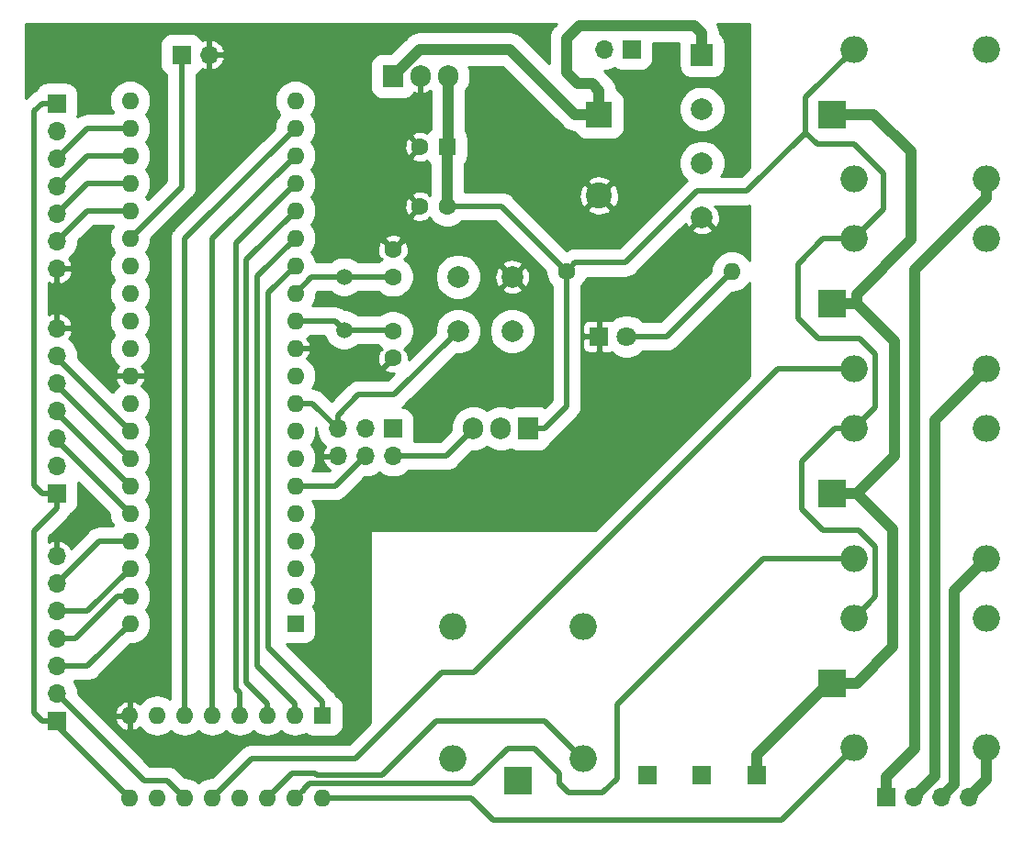
<source format=gbr>
G04 #@! TF.GenerationSoftware,KiCad,Pcbnew,(5.1.2)-2*
G04 #@! TF.CreationDate,2020-03-07T01:20:55+05:30*
G04 #@! TF.ProjectId,motor controller v-3,6d6f746f-7220-4636-9f6e-74726f6c6c65,rev?*
G04 #@! TF.SameCoordinates,Original*
G04 #@! TF.FileFunction,Copper,L1,Top*
G04 #@! TF.FilePolarity,Positive*
%FSLAX46Y46*%
G04 Gerber Fmt 4.6, Leading zero omitted, Abs format (unit mm)*
G04 Created by KiCad (PCBNEW (5.1.2)-2) date 2020-03-07 01:20:55*
%MOMM*%
%LPD*%
G04 APERTURE LIST*
%ADD10R,1.600000X1.600000*%
%ADD11O,1.600000X1.600000*%
%ADD12O,1.700000X1.700000*%
%ADD13R,1.700000X1.700000*%
%ADD14C,1.600000*%
%ADD15R,2.400000X2.400000*%
%ADD16C,2.400000*%
%ADD17C,2.000000*%
%ADD18R,2.000000X2.000000*%
%ADD19R,1.800000X1.800000*%
%ADD20C,1.800000*%
%ADD21R,2.500000X2.500000*%
%ADD22O,2.500000X2.500000*%
%ADD23R,1.905000X2.000000*%
%ADD24O,1.905000X2.000000*%
%ADD25C,1.500000*%
%ADD26C,0.500000*%
%ADD27C,1.000000*%
%ADD28C,0.254000*%
G04 APERTURE END LIST*
D10*
X70500000Y-93500000D03*
D11*
X55260000Y-45240000D03*
X70500000Y-90960000D03*
X55260000Y-47780000D03*
X70500000Y-88420000D03*
X55260000Y-50320000D03*
X70500000Y-85880000D03*
X55260000Y-52860000D03*
X70500000Y-83340000D03*
X55260000Y-55400000D03*
X70500000Y-80800000D03*
X55260000Y-57940000D03*
X70500000Y-78260000D03*
X55260000Y-60480000D03*
X70500000Y-75720000D03*
X55260000Y-63020000D03*
X70500000Y-73180000D03*
X55260000Y-65560000D03*
X70500000Y-70640000D03*
X55260000Y-68100000D03*
X70500000Y-68100000D03*
X55260000Y-70640000D03*
X70500000Y-65560000D03*
X55260000Y-73180000D03*
X70500000Y-63020000D03*
X55260000Y-75720000D03*
X70500000Y-60480000D03*
X55260000Y-78260000D03*
X70500000Y-57940000D03*
X55260000Y-80800000D03*
X70500000Y-55400000D03*
X55260000Y-83340000D03*
X70500000Y-52860000D03*
X55260000Y-85880000D03*
X70500000Y-50320000D03*
X55260000Y-88420000D03*
X70500000Y-47780000D03*
X55260000Y-90960000D03*
X70500000Y-45240000D03*
X55260000Y-93500000D03*
D12*
X48500000Y-60740000D03*
X48500000Y-58200000D03*
X48500000Y-55660000D03*
X48500000Y-53120000D03*
X48500000Y-50580000D03*
X48500000Y-48040000D03*
D13*
X48500000Y-45500000D03*
D12*
X48500000Y-66260000D03*
X48500000Y-68800000D03*
X48500000Y-71340000D03*
X48500000Y-73880000D03*
X48500000Y-76420000D03*
X48500000Y-78960000D03*
D13*
X48500000Y-81500000D03*
D12*
X48500000Y-87260000D03*
X48500000Y-89800000D03*
X48500000Y-92340000D03*
X48500000Y-94880000D03*
X48500000Y-97420000D03*
X48500000Y-99960000D03*
D13*
X48500000Y-102500000D03*
D14*
X79500000Y-61500000D03*
X79500000Y-59000000D03*
D15*
X98500000Y-46500000D03*
D16*
X98500000Y-54000000D03*
D14*
X79500000Y-66500000D03*
X79500000Y-69000000D03*
D10*
X84500000Y-49500000D03*
D14*
X82000000Y-49500000D03*
X82000000Y-55000000D03*
X84500000Y-55000000D03*
D17*
X108000000Y-56000000D03*
X108000000Y-51000000D03*
X108000000Y-46000000D03*
D18*
X108000000Y-41000000D03*
D19*
X98500000Y-67000000D03*
D20*
X101040000Y-67000000D03*
D12*
X62540000Y-41000000D03*
D13*
X60000000Y-41000000D03*
X113000000Y-107500000D03*
X101500000Y-40500000D03*
D12*
X98960000Y-40500000D03*
D13*
X79500000Y-75500000D03*
D12*
X79500000Y-78040000D03*
X76960000Y-75500000D03*
X76960000Y-78040000D03*
X74420000Y-75500000D03*
X74420000Y-78040000D03*
D13*
X103000000Y-107500000D03*
D21*
X120000000Y-99000000D03*
D22*
X122000000Y-105000000D03*
X134200000Y-105000000D03*
X134200000Y-93000000D03*
X122000000Y-93000000D03*
X122000000Y-75500000D03*
X134200000Y-75500000D03*
X134200000Y-87500000D03*
X122000000Y-87500000D03*
D21*
X120000000Y-81500000D03*
X120000000Y-64000000D03*
D22*
X122000000Y-70000000D03*
X134200000Y-70000000D03*
X134200000Y-58000000D03*
X122000000Y-58000000D03*
X122000000Y-40500000D03*
X134200000Y-40500000D03*
X134200000Y-52500000D03*
X122000000Y-52500000D03*
D21*
X120000000Y-46500000D03*
X91000000Y-108000000D03*
D22*
X97000000Y-106000000D03*
X97000000Y-93800000D03*
X85000000Y-93800000D03*
X85000000Y-106000000D03*
D14*
X95500000Y-61000000D03*
D11*
X110740000Y-61000000D03*
D17*
X85500000Y-61500000D03*
X90500000Y-61500000D03*
X90500000Y-66500000D03*
X85500000Y-66500000D03*
D23*
X92000000Y-75500000D03*
D24*
X89460000Y-75500000D03*
X86920000Y-75500000D03*
D10*
X73000000Y-102000000D03*
D11*
X55220000Y-109620000D03*
X70460000Y-102000000D03*
X57760000Y-109620000D03*
X67920000Y-102000000D03*
X60300000Y-109620000D03*
X65380000Y-102000000D03*
X62840000Y-109620000D03*
X62840000Y-102000000D03*
X65380000Y-109620000D03*
X60300000Y-102000000D03*
X67920000Y-109620000D03*
X57760000Y-102000000D03*
X70460000Y-109620000D03*
X55220000Y-102000000D03*
X73000000Y-109620000D03*
D25*
X75000000Y-61500000D03*
X75000000Y-66400000D03*
D23*
X79500000Y-43000000D03*
D24*
X82040000Y-43000000D03*
X84580000Y-43000000D03*
D13*
X108000000Y-107500000D03*
X125000000Y-109500000D03*
D12*
X127540000Y-109500000D03*
X130080000Y-109500000D03*
X132620000Y-109500000D03*
D26*
X75000000Y-61500000D02*
X79500000Y-61500000D01*
X70500000Y-63020000D02*
X72020000Y-61500000D01*
X72020000Y-61500000D02*
X75000000Y-61500000D01*
D27*
X79500000Y-43000000D02*
X79500000Y-43047500D01*
X96300000Y-46500000D02*
X90300000Y-40500000D01*
X98500000Y-46500000D02*
X96300000Y-46500000D01*
X79500000Y-42952500D02*
X79500000Y-43000000D01*
X81952500Y-40500000D02*
X79500000Y-42952500D01*
X90300000Y-40500000D02*
X81952500Y-40500000D01*
X98500000Y-44300000D02*
X98500000Y-46500000D01*
X96490000Y-43660000D02*
X97860000Y-43660000D01*
X97860000Y-43660000D02*
X98500000Y-44300000D01*
X108000000Y-41000000D02*
X108000000Y-39000000D01*
X108000000Y-39000000D02*
X107310000Y-38310000D01*
X107310000Y-38310000D02*
X96690000Y-38310000D01*
X96690000Y-38310000D02*
X95510000Y-39490000D01*
X95510000Y-39490000D02*
X95510000Y-42680000D01*
X95510000Y-42680000D02*
X96490000Y-43660000D01*
D26*
X75000000Y-66400000D02*
X79400000Y-66400000D01*
X79400000Y-66400000D02*
X79500000Y-66500000D01*
X70500000Y-65560000D02*
X74160000Y-65560000D01*
X74160000Y-65560000D02*
X75000000Y-66400000D01*
X48500000Y-102900000D02*
X48500000Y-102500000D01*
X55220000Y-109620000D02*
X48500000Y-102900000D01*
X47150000Y-102500000D02*
X46400000Y-101750000D01*
X48500000Y-102500000D02*
X47150000Y-102500000D01*
X48500000Y-82850000D02*
X48500000Y-81500000D01*
X46400000Y-84950000D02*
X48500000Y-82850000D01*
X46400000Y-101750000D02*
X46400000Y-84950000D01*
X47150000Y-81500000D02*
X46420000Y-80770000D01*
X48500000Y-81500000D02*
X47150000Y-81500000D01*
X47150000Y-45500000D02*
X48500000Y-45500000D01*
X46420000Y-46230000D02*
X47150000Y-45500000D01*
X46420000Y-80770000D02*
X46420000Y-46230000D01*
D27*
X84580000Y-49420000D02*
X84500000Y-49500000D01*
X84580000Y-43000000D02*
X84580000Y-49420000D01*
X84500000Y-49500000D02*
X84500000Y-55000000D01*
D26*
X89500000Y-55000000D02*
X95500000Y-61000000D01*
X84500000Y-55000000D02*
X89500000Y-55000000D01*
X117540000Y-44960000D02*
X122000000Y-40500000D01*
X122000000Y-58000000D02*
X124700000Y-55300000D01*
X124700000Y-51940000D02*
X122020000Y-49260000D01*
X122020000Y-49260000D02*
X118610000Y-49260000D01*
X118610000Y-49260000D02*
X117540000Y-48190000D01*
X124700000Y-55300000D02*
X124700000Y-51940000D01*
X117540000Y-48190000D02*
X117540000Y-44960000D01*
X112140000Y-53590000D02*
X117540000Y-48190000D01*
X107556002Y-53590000D02*
X112140000Y-53590000D01*
X100946001Y-60200001D02*
X107556002Y-53590000D01*
X95500000Y-61000000D02*
X96299999Y-60200001D01*
X96299999Y-60200001D02*
X100946001Y-60200001D01*
X123980000Y-86450000D02*
X123980000Y-91020000D01*
X123980000Y-91020000D02*
X123249999Y-91750001D01*
X120232234Y-75500000D02*
X117190000Y-78542234D01*
X122000000Y-75500000D02*
X120232234Y-75500000D01*
X117190000Y-78542234D02*
X117190000Y-82930000D01*
X117190000Y-82930000D02*
X119170000Y-84910000D01*
X123249999Y-91750001D02*
X122000000Y-93000000D01*
X119170000Y-84910000D02*
X122440000Y-84910000D01*
X122440000Y-84910000D02*
X123980000Y-86450000D01*
X123960000Y-73540000D02*
X122000000Y-75500000D01*
X123960000Y-68640000D02*
X123960000Y-73540000D01*
X119150000Y-58000000D02*
X116820000Y-60330000D01*
X122000000Y-58000000D02*
X119150000Y-58000000D01*
X116820000Y-60330000D02*
X116820000Y-65310000D01*
X116820000Y-65310000D02*
X118700000Y-67190000D01*
X118700000Y-67190000D02*
X122510000Y-67190000D01*
X122510000Y-67190000D02*
X123960000Y-68640000D01*
X93452500Y-75500000D02*
X92000000Y-75500000D01*
X95500000Y-73452500D02*
X93452500Y-75500000D01*
X95500000Y-61000000D02*
X95500000Y-73452500D01*
X101040000Y-67000000D02*
X104740000Y-67000000D01*
X104740000Y-67000000D02*
X110740000Y-61000000D01*
X55260000Y-93500000D02*
X51340000Y-97420000D01*
X51340000Y-97420000D02*
X48500000Y-97420000D01*
X55260000Y-90960000D02*
X54128630Y-90960000D01*
X54128630Y-90960000D02*
X50208630Y-94880000D01*
X50208630Y-94880000D02*
X49702081Y-94880000D01*
X49702081Y-94880000D02*
X48500000Y-94880000D01*
X55260000Y-88420000D02*
X51340000Y-92340000D01*
X51340000Y-92340000D02*
X48500000Y-92340000D01*
X55260000Y-85880000D02*
X52420000Y-85880000D01*
X52420000Y-85880000D02*
X48500000Y-89800000D01*
X55260000Y-75720000D02*
X48500000Y-68960000D01*
X48500000Y-68960000D02*
X48500000Y-68800000D01*
X55260000Y-78260000D02*
X48500000Y-71500000D01*
X48500000Y-71500000D02*
X48500000Y-71340000D01*
X55260000Y-80800000D02*
X48500000Y-74040000D01*
X48500000Y-74040000D02*
X48500000Y-73880000D01*
X55260000Y-83340000D02*
X48500000Y-76580000D01*
X48500000Y-76580000D02*
X48500000Y-76420000D01*
X48500000Y-50580000D02*
X51300000Y-47780000D01*
X51300000Y-47780000D02*
X55260000Y-47780000D01*
X55260000Y-50320000D02*
X51300000Y-50320000D01*
X51300000Y-50320000D02*
X48500000Y-53120000D01*
X55260000Y-52860000D02*
X51300000Y-52860000D01*
X51300000Y-52860000D02*
X48500000Y-55660000D01*
X55260000Y-55400000D02*
X51300000Y-55400000D01*
X51300000Y-55400000D02*
X48500000Y-58200000D01*
X55260000Y-57940000D02*
X60000000Y-53200000D01*
X60000000Y-53200000D02*
X60000000Y-41000000D01*
D27*
X122250000Y-81500000D02*
X120000000Y-81500000D01*
X113000000Y-107500000D02*
X113000000Y-105650000D01*
X113000000Y-105650000D02*
X119650000Y-99000000D01*
X119650000Y-99000000D02*
X120000000Y-99000000D01*
X122250000Y-64000000D02*
X120000000Y-64000000D01*
X123800000Y-46500000D02*
X120000000Y-46500000D01*
X127260000Y-49960000D02*
X123800000Y-46500000D01*
X127260000Y-58090000D02*
X127260000Y-49960000D01*
X122250000Y-64000000D02*
X122250000Y-63100000D01*
X122250000Y-63100000D02*
X127260000Y-58090000D01*
X120000000Y-99000000D02*
X122250000Y-99000000D01*
X122250000Y-99000000D02*
X125570010Y-95679990D01*
X125570010Y-84820010D02*
X122250000Y-81500000D01*
X125570010Y-95679990D02*
X125570010Y-84820010D01*
X125730000Y-67480000D02*
X122250000Y-64000000D01*
X122250000Y-81500000D02*
X125730000Y-78020000D01*
X125730000Y-78020000D02*
X125730000Y-67480000D01*
D26*
X86920000Y-75547500D02*
X86920000Y-75500000D01*
X84427500Y-78040000D02*
X86920000Y-75547500D01*
X79500000Y-78040000D02*
X84427500Y-78040000D01*
X74200000Y-80800000D02*
X70500000Y-80800000D01*
X76960000Y-78040000D02*
X74200000Y-80800000D01*
X72100000Y-73180000D02*
X74420000Y-75500000D01*
X70500000Y-73180000D02*
X72100000Y-73180000D01*
X74420000Y-74297919D02*
X76327919Y-72390000D01*
X74420000Y-75500000D02*
X74420000Y-74297919D01*
X79610000Y-72390000D02*
X85500000Y-66500000D01*
X76327919Y-72390000D02*
X79610000Y-72390000D01*
X115340000Y-111660000D02*
X122000000Y-105000000D01*
X88720000Y-111660000D02*
X115340000Y-111660000D01*
X73000000Y-109620000D02*
X86680000Y-109620000D01*
X86680000Y-109620000D02*
X88720000Y-111660000D01*
X100180000Y-100960000D02*
X113640000Y-87500000D01*
X100180000Y-107800000D02*
X100180000Y-100960000D01*
X98850000Y-109130000D02*
X100180000Y-107800000D01*
X94840000Y-108260000D02*
X95710000Y-109130000D01*
X94840000Y-107300000D02*
X94840000Y-108260000D01*
X71259999Y-108820001D02*
X71259999Y-108810001D01*
X113640000Y-87500000D02*
X122000000Y-87500000D01*
X71259999Y-108810001D02*
X71780000Y-108290000D01*
X95710000Y-109130000D02*
X98850000Y-109130000D01*
X71780000Y-108290000D02*
X86780000Y-108290000D01*
X92550000Y-105010000D02*
X94840000Y-107300000D01*
X86780000Y-108290000D02*
X90060000Y-105010000D01*
X70460000Y-109620000D02*
X71259999Y-108820001D01*
X90060000Y-105010000D02*
X92550000Y-105010000D01*
X83500000Y-102500000D02*
X93500000Y-102500000D01*
X72499964Y-107500000D02*
X78500000Y-107500000D01*
X93500000Y-102500000D02*
X95750001Y-104750001D01*
X95750001Y-104750001D02*
X97000000Y-106000000D01*
X72329954Y-107329990D02*
X72499964Y-107500000D01*
X70210010Y-107329990D02*
X72329954Y-107329990D01*
X67920000Y-109620000D02*
X70210010Y-107329990D01*
X78500000Y-107500000D02*
X83500000Y-102500000D01*
X87000000Y-98000000D02*
X115000000Y-70000000D01*
X115000000Y-70000000D02*
X122000000Y-70000000D01*
X84000000Y-98000000D02*
X87000000Y-98000000D01*
X76000000Y-106000000D02*
X84000000Y-98000000D01*
X66460000Y-106000000D02*
X76000000Y-106000000D01*
X62840000Y-109620000D02*
X66460000Y-106000000D01*
X68000000Y-95700000D02*
X68000000Y-62980000D01*
X68000000Y-62980000D02*
X70500000Y-60480000D01*
X73000000Y-102000000D02*
X73000000Y-100700000D01*
X73000000Y-100700000D02*
X68000000Y-95700000D01*
X67000000Y-97408630D02*
X67000000Y-61440000D01*
X67000000Y-61440000D02*
X70500000Y-57940000D01*
X70460000Y-102000000D02*
X70460000Y-100868630D01*
X70460000Y-100868630D02*
X67000000Y-97408630D01*
X66000000Y-98948630D02*
X66000000Y-59900000D01*
X66000000Y-59900000D02*
X70500000Y-55400000D01*
X67920000Y-102000000D02*
X67920000Y-100868630D01*
X67920000Y-100868630D02*
X66000000Y-98948630D01*
X65000000Y-99500000D02*
X65000000Y-58360000D01*
X65000000Y-58360000D02*
X70500000Y-52860000D01*
X65380000Y-99880000D02*
X65000000Y-99500000D01*
X65380000Y-102000000D02*
X65380000Y-99880000D01*
X62840000Y-102000000D02*
X62840000Y-57980000D01*
X62840000Y-57980000D02*
X70500000Y-50320000D01*
X60300000Y-102000000D02*
X60300000Y-57980000D01*
X60300000Y-57980000D02*
X70500000Y-47780000D01*
X56540000Y-108000000D02*
X58680000Y-108000000D01*
X58680000Y-108000000D02*
X60300000Y-109620000D01*
X48500000Y-99960000D02*
X56540000Y-108000000D01*
D27*
X134200000Y-54267766D02*
X134200000Y-52500000D01*
X127590000Y-60877766D02*
X134200000Y-54267766D01*
X127590000Y-105060000D02*
X127590000Y-60877766D01*
X125000000Y-109500000D02*
X125000000Y-107650000D01*
X125000000Y-107650000D02*
X127590000Y-105060000D01*
X132950001Y-71249999D02*
X134200000Y-70000000D01*
X129430000Y-74770000D02*
X132950001Y-71249999D01*
X127540000Y-109500000D02*
X129430000Y-107610000D01*
X129430000Y-107610000D02*
X129430000Y-74770000D01*
X132950001Y-88749999D02*
X134200000Y-87500000D01*
X131210000Y-90490000D02*
X132950001Y-88749999D01*
X130080000Y-109500000D02*
X131210000Y-108370000D01*
X131210000Y-108370000D02*
X131210000Y-90490000D01*
X132620000Y-109500000D02*
X134200000Y-107920000D01*
X134200000Y-106767766D02*
X134200000Y-105000000D01*
X134200000Y-107920000D02*
X134200000Y-106767766D01*
D28*
G36*
X94416054Y-38283021D02*
G01*
X94353971Y-38333971D01*
X94150654Y-38581715D01*
X93999575Y-38864363D01*
X93906542Y-39171053D01*
X93883000Y-39410076D01*
X93883000Y-39410086D01*
X93875129Y-39490000D01*
X93883000Y-39569915D01*
X93883001Y-41782076D01*
X91506980Y-39406055D01*
X91456029Y-39343971D01*
X91208286Y-39140654D01*
X90925638Y-38989575D01*
X90618948Y-38896542D01*
X90379925Y-38873000D01*
X90379914Y-38873000D01*
X90300000Y-38865129D01*
X90220086Y-38873000D01*
X82032425Y-38873000D01*
X81952500Y-38865128D01*
X81872575Y-38873000D01*
X81633552Y-38896542D01*
X81326862Y-38989575D01*
X81044214Y-39140654D01*
X80858552Y-39293022D01*
X80858549Y-39293025D01*
X80796471Y-39343971D01*
X80745525Y-39406049D01*
X79284028Y-40867547D01*
X78547500Y-40867547D01*
X78326569Y-40889307D01*
X78114129Y-40953750D01*
X77918343Y-41058400D01*
X77746735Y-41199235D01*
X77605900Y-41370843D01*
X77501250Y-41566629D01*
X77436807Y-41779069D01*
X77415047Y-42000000D01*
X77415047Y-44000000D01*
X77436807Y-44220931D01*
X77501250Y-44433371D01*
X77605900Y-44629157D01*
X77746735Y-44800765D01*
X77918343Y-44941600D01*
X78114129Y-45046250D01*
X78326569Y-45110693D01*
X78547500Y-45132453D01*
X80452500Y-45132453D01*
X80673431Y-45110693D01*
X80885871Y-45046250D01*
X81081657Y-44941600D01*
X81253265Y-44800765D01*
X81394100Y-44629157D01*
X81452117Y-44520616D01*
X81667020Y-44590563D01*
X81913000Y-44470594D01*
X81913000Y-43127000D01*
X81893000Y-43127000D01*
X81893000Y-42873000D01*
X81913000Y-42873000D01*
X81913000Y-42853000D01*
X82167000Y-42853000D01*
X82167000Y-42873000D01*
X82187000Y-42873000D01*
X82187000Y-43127000D01*
X82167000Y-43127000D01*
X82167000Y-44470594D01*
X82412980Y-44590563D01*
X82631094Y-44519571D01*
X82906923Y-44375969D01*
X82951049Y-44340551D01*
X82953000Y-44342929D01*
X82953001Y-47855111D01*
X82899235Y-47899235D01*
X82758400Y-48070843D01*
X82672874Y-48230851D01*
X82486004Y-48142429D01*
X82211816Y-48073700D01*
X81929488Y-48059783D01*
X81649870Y-48101213D01*
X81383708Y-48196397D01*
X81258486Y-48263329D01*
X81186903Y-48507298D01*
X82000000Y-49320395D01*
X82014143Y-49306253D01*
X82193748Y-49485858D01*
X82179605Y-49500000D01*
X82193748Y-49514143D01*
X82014143Y-49693748D01*
X82000000Y-49679605D01*
X81186903Y-50492702D01*
X81258486Y-50736671D01*
X81513996Y-50857571D01*
X81788184Y-50926300D01*
X82070512Y-50940217D01*
X82350130Y-50898787D01*
X82616292Y-50803603D01*
X82674624Y-50772424D01*
X82758400Y-50929157D01*
X82873000Y-51068798D01*
X82873001Y-53947392D01*
X82813097Y-54007296D01*
X82741514Y-53763329D01*
X82486004Y-53642429D01*
X82211816Y-53573700D01*
X81929488Y-53559783D01*
X81649870Y-53601213D01*
X81383708Y-53696397D01*
X81258486Y-53763329D01*
X81186903Y-54007298D01*
X82000000Y-54820395D01*
X82014143Y-54806253D01*
X82193748Y-54985858D01*
X82179605Y-55000000D01*
X82193748Y-55014143D01*
X82014143Y-55193748D01*
X82000000Y-55179605D01*
X81186903Y-55992702D01*
X81258486Y-56236671D01*
X81513996Y-56357571D01*
X81788184Y-56426300D01*
X82070512Y-56440217D01*
X82350130Y-56398787D01*
X82616292Y-56303603D01*
X82741514Y-56236671D01*
X82813097Y-55992704D01*
X82911413Y-56091020D01*
X83003201Y-56228391D01*
X83271609Y-56496799D01*
X83587223Y-56707685D01*
X83937915Y-56852947D01*
X84310207Y-56927000D01*
X84689793Y-56927000D01*
X85062085Y-56852947D01*
X85412777Y-56707685D01*
X85728391Y-56496799D01*
X85848190Y-56377000D01*
X88929629Y-56377000D01*
X93573000Y-61020372D01*
X93573000Y-61189793D01*
X93647053Y-61562085D01*
X93792315Y-61912777D01*
X94003201Y-62228391D01*
X94123000Y-62348190D01*
X94123001Y-72882127D01*
X93493728Y-73511401D01*
X93385871Y-73453750D01*
X93173431Y-73389307D01*
X92952500Y-73367547D01*
X91047500Y-73367547D01*
X90826569Y-73389307D01*
X90614129Y-73453750D01*
X90418343Y-73558400D01*
X90382609Y-73587726D01*
X90259640Y-73521997D01*
X89867653Y-73403089D01*
X89460000Y-73362939D01*
X89052348Y-73403089D01*
X88660361Y-73521997D01*
X88299102Y-73715094D01*
X88190000Y-73804631D01*
X88080898Y-73715094D01*
X87719640Y-73521997D01*
X87327653Y-73403089D01*
X86920000Y-73362939D01*
X86512348Y-73403089D01*
X86120361Y-73521997D01*
X85759102Y-73715094D01*
X85442457Y-73974957D01*
X85182594Y-74291602D01*
X84989497Y-74652860D01*
X84870589Y-75044847D01*
X84840500Y-75350348D01*
X84840500Y-75649651D01*
X84843188Y-75676941D01*
X83857129Y-76663000D01*
X81432764Y-76663000D01*
X81460693Y-76570931D01*
X81482453Y-76350000D01*
X81482453Y-74650000D01*
X81460693Y-74429069D01*
X81396250Y-74216629D01*
X81291600Y-74020843D01*
X81150765Y-73849235D01*
X80979157Y-73708400D01*
X80783371Y-73603750D01*
X80570931Y-73539307D01*
X80400586Y-73522529D01*
X80588397Y-73368397D01*
X80631521Y-73315850D01*
X85320372Y-68627000D01*
X85709491Y-68627000D01*
X86120423Y-68545261D01*
X86507512Y-68384923D01*
X86855884Y-68152149D01*
X87152149Y-67855884D01*
X87384923Y-67507512D01*
X87545261Y-67120423D01*
X87627000Y-66709491D01*
X87627000Y-66290509D01*
X88373000Y-66290509D01*
X88373000Y-66709491D01*
X88454739Y-67120423D01*
X88615077Y-67507512D01*
X88847851Y-67855884D01*
X89144116Y-68152149D01*
X89492488Y-68384923D01*
X89879577Y-68545261D01*
X90290509Y-68627000D01*
X90709491Y-68627000D01*
X91120423Y-68545261D01*
X91507512Y-68384923D01*
X91855884Y-68152149D01*
X92152149Y-67855884D01*
X92384923Y-67507512D01*
X92545261Y-67120423D01*
X92627000Y-66709491D01*
X92627000Y-66290509D01*
X92545261Y-65879577D01*
X92384923Y-65492488D01*
X92152149Y-65144116D01*
X91855884Y-64847851D01*
X91507512Y-64615077D01*
X91120423Y-64454739D01*
X90709491Y-64373000D01*
X90290509Y-64373000D01*
X89879577Y-64454739D01*
X89492488Y-64615077D01*
X89144116Y-64847851D01*
X88847851Y-65144116D01*
X88615077Y-65492488D01*
X88454739Y-65879577D01*
X88373000Y-66290509D01*
X87627000Y-66290509D01*
X87545261Y-65879577D01*
X87384923Y-65492488D01*
X87152149Y-65144116D01*
X86855884Y-64847851D01*
X86507512Y-64615077D01*
X86120423Y-64454739D01*
X85709491Y-64373000D01*
X85290509Y-64373000D01*
X84879577Y-64454739D01*
X84492488Y-64615077D01*
X84144116Y-64847851D01*
X83847851Y-65144116D01*
X83615077Y-65492488D01*
X83454739Y-65879577D01*
X83373000Y-66290509D01*
X83373000Y-66679628D01*
X80930732Y-69121896D01*
X80940217Y-68929488D01*
X80898787Y-68649870D01*
X80803603Y-68383708D01*
X80736671Y-68258486D01*
X80492704Y-68186903D01*
X80591020Y-68088587D01*
X80728391Y-67996799D01*
X80996799Y-67728391D01*
X81207685Y-67412777D01*
X81352947Y-67062085D01*
X81427000Y-66689793D01*
X81427000Y-66310207D01*
X81352947Y-65937915D01*
X81207685Y-65587223D01*
X80996799Y-65271609D01*
X80728391Y-65003201D01*
X80412777Y-64792315D01*
X80062085Y-64647053D01*
X79689793Y-64573000D01*
X79310207Y-64573000D01*
X78937915Y-64647053D01*
X78587223Y-64792315D01*
X78271609Y-65003201D01*
X78251810Y-65023000D01*
X76277479Y-65023000D01*
X76196518Y-64942039D01*
X75889093Y-64736624D01*
X75547501Y-64595132D01*
X75184868Y-64523000D01*
X75066989Y-64523000D01*
X74928721Y-64409527D01*
X74689505Y-64281663D01*
X74429939Y-64202925D01*
X74227640Y-64183000D01*
X74160000Y-64176338D01*
X74092360Y-64183000D01*
X72038400Y-64183000D01*
X72109994Y-64095763D01*
X72288929Y-63760999D01*
X72399117Y-63397758D01*
X72435116Y-63032256D01*
X72590372Y-62877000D01*
X73722521Y-62877000D01*
X73803482Y-62957961D01*
X74110907Y-63163376D01*
X74452499Y-63304868D01*
X74815132Y-63377000D01*
X75184868Y-63377000D01*
X75547501Y-63304868D01*
X75889093Y-63163376D01*
X76196518Y-62957961D01*
X76277479Y-62877000D01*
X78151810Y-62877000D01*
X78271609Y-62996799D01*
X78587223Y-63207685D01*
X78937915Y-63352947D01*
X79310207Y-63427000D01*
X79689793Y-63427000D01*
X80062085Y-63352947D01*
X80412777Y-63207685D01*
X80728391Y-62996799D01*
X80996799Y-62728391D01*
X81207685Y-62412777D01*
X81352947Y-62062085D01*
X81427000Y-61689793D01*
X81427000Y-61310207D01*
X81423082Y-61290509D01*
X83373000Y-61290509D01*
X83373000Y-61709491D01*
X83454739Y-62120423D01*
X83615077Y-62507512D01*
X83847851Y-62855884D01*
X84144116Y-63152149D01*
X84492488Y-63384923D01*
X84879577Y-63545261D01*
X85290509Y-63627000D01*
X85709491Y-63627000D01*
X86120423Y-63545261D01*
X86507512Y-63384923D01*
X86855884Y-63152149D01*
X87152149Y-62855884D01*
X87299462Y-62635413D01*
X89544192Y-62635413D01*
X89639956Y-62899814D01*
X89929571Y-63040704D01*
X90241108Y-63122384D01*
X90562595Y-63141718D01*
X90881675Y-63097961D01*
X91186088Y-62992795D01*
X91360044Y-62899814D01*
X91455808Y-62635413D01*
X90500000Y-61679605D01*
X89544192Y-62635413D01*
X87299462Y-62635413D01*
X87384923Y-62507512D01*
X87545261Y-62120423D01*
X87627000Y-61709491D01*
X87627000Y-61562595D01*
X88858282Y-61562595D01*
X88902039Y-61881675D01*
X89007205Y-62186088D01*
X89100186Y-62360044D01*
X89364587Y-62455808D01*
X90320395Y-61500000D01*
X90679605Y-61500000D01*
X91635413Y-62455808D01*
X91899814Y-62360044D01*
X92040704Y-62070429D01*
X92122384Y-61758892D01*
X92141718Y-61437405D01*
X92097961Y-61118325D01*
X91992795Y-60813912D01*
X91899814Y-60639956D01*
X91635413Y-60544192D01*
X90679605Y-61500000D01*
X90320395Y-61500000D01*
X89364587Y-60544192D01*
X89100186Y-60639956D01*
X88959296Y-60929571D01*
X88877616Y-61241108D01*
X88858282Y-61562595D01*
X87627000Y-61562595D01*
X87627000Y-61290509D01*
X87545261Y-60879577D01*
X87384923Y-60492488D01*
X87299463Y-60364587D01*
X89544192Y-60364587D01*
X90500000Y-61320395D01*
X91455808Y-60364587D01*
X91360044Y-60100186D01*
X91070429Y-59959296D01*
X90758892Y-59877616D01*
X90437405Y-59858282D01*
X90118325Y-59902039D01*
X89813912Y-60007205D01*
X89639956Y-60100186D01*
X89544192Y-60364587D01*
X87299463Y-60364587D01*
X87152149Y-60144116D01*
X86855884Y-59847851D01*
X86507512Y-59615077D01*
X86120423Y-59454739D01*
X85709491Y-59373000D01*
X85290509Y-59373000D01*
X84879577Y-59454739D01*
X84492488Y-59615077D01*
X84144116Y-59847851D01*
X83847851Y-60144116D01*
X83615077Y-60492488D01*
X83454739Y-60879577D01*
X83373000Y-61290509D01*
X81423082Y-61290509D01*
X81352947Y-60937915D01*
X81207685Y-60587223D01*
X80996799Y-60271609D01*
X80728391Y-60003201D01*
X80591020Y-59911413D01*
X80492704Y-59813097D01*
X80736671Y-59741514D01*
X80857571Y-59486004D01*
X80926300Y-59211816D01*
X80940217Y-58929488D01*
X80898787Y-58649870D01*
X80803603Y-58383708D01*
X80736671Y-58258486D01*
X80492702Y-58186903D01*
X79679605Y-59000000D01*
X79693748Y-59014143D01*
X79514143Y-59193748D01*
X79500000Y-59179605D01*
X79485858Y-59193748D01*
X79306253Y-59014143D01*
X79320395Y-59000000D01*
X78507298Y-58186903D01*
X78263329Y-58258486D01*
X78142429Y-58513996D01*
X78073700Y-58788184D01*
X78059783Y-59070512D01*
X78101213Y-59350130D01*
X78196397Y-59616292D01*
X78263329Y-59741514D01*
X78507296Y-59813097D01*
X78408980Y-59911413D01*
X78271609Y-60003201D01*
X78151810Y-60123000D01*
X76277479Y-60123000D01*
X76196518Y-60042039D01*
X75889093Y-59836624D01*
X75547501Y-59695132D01*
X75184868Y-59623000D01*
X74815132Y-59623000D01*
X74452499Y-59695132D01*
X74110907Y-59836624D01*
X73803482Y-60042039D01*
X73722521Y-60123000D01*
X72401161Y-60123000D01*
X72399117Y-60102242D01*
X72288929Y-59739001D01*
X72109994Y-59404237D01*
X71950588Y-59210000D01*
X72109994Y-59015763D01*
X72288929Y-58680999D01*
X72399117Y-58317758D01*
X72429694Y-58007298D01*
X78686903Y-58007298D01*
X79500000Y-58820395D01*
X80313097Y-58007298D01*
X80241514Y-57763329D01*
X79986004Y-57642429D01*
X79711816Y-57573700D01*
X79429488Y-57559783D01*
X79149870Y-57601213D01*
X78883708Y-57696397D01*
X78758486Y-57763329D01*
X78686903Y-58007298D01*
X72429694Y-58007298D01*
X72436323Y-57940000D01*
X72399117Y-57562242D01*
X72288929Y-57199001D01*
X72109994Y-56864237D01*
X71950588Y-56670000D01*
X72109994Y-56475763D01*
X72288929Y-56140999D01*
X72399117Y-55777758D01*
X72436323Y-55400000D01*
X72403872Y-55070512D01*
X80559783Y-55070512D01*
X80601213Y-55350130D01*
X80696397Y-55616292D01*
X80763329Y-55741514D01*
X81007298Y-55813097D01*
X81820395Y-55000000D01*
X81007298Y-54186903D01*
X80763329Y-54258486D01*
X80642429Y-54513996D01*
X80573700Y-54788184D01*
X80559783Y-55070512D01*
X72403872Y-55070512D01*
X72399117Y-55022242D01*
X72288929Y-54659001D01*
X72109994Y-54324237D01*
X71950588Y-54130000D01*
X72109994Y-53935763D01*
X72288929Y-53600999D01*
X72399117Y-53237758D01*
X72436323Y-52860000D01*
X72399117Y-52482242D01*
X72288929Y-52119001D01*
X72109994Y-51784237D01*
X71950588Y-51590000D01*
X72109994Y-51395763D01*
X72288929Y-51060999D01*
X72399117Y-50697758D01*
X72436323Y-50320000D01*
X72399117Y-49942242D01*
X72288929Y-49579001D01*
X72284392Y-49570512D01*
X80559783Y-49570512D01*
X80601213Y-49850130D01*
X80696397Y-50116292D01*
X80763329Y-50241514D01*
X81007298Y-50313097D01*
X81820395Y-49500000D01*
X81007298Y-48686903D01*
X80763329Y-48758486D01*
X80642429Y-49013996D01*
X80573700Y-49288184D01*
X80559783Y-49570512D01*
X72284392Y-49570512D01*
X72109994Y-49244237D01*
X71950588Y-49050000D01*
X72109994Y-48855763D01*
X72288929Y-48520999D01*
X72399117Y-48157758D01*
X72436323Y-47780000D01*
X72399117Y-47402242D01*
X72288929Y-47039001D01*
X72109994Y-46704237D01*
X71950588Y-46510000D01*
X72109994Y-46315763D01*
X72288929Y-45980999D01*
X72399117Y-45617758D01*
X72436323Y-45240000D01*
X72399117Y-44862242D01*
X72288929Y-44499001D01*
X72109994Y-44164237D01*
X71869187Y-43870813D01*
X71575763Y-43630006D01*
X71240999Y-43451071D01*
X70877758Y-43340883D01*
X70594658Y-43313000D01*
X70405342Y-43313000D01*
X70122242Y-43340883D01*
X69759001Y-43451071D01*
X69424237Y-43630006D01*
X69130813Y-43870813D01*
X68890006Y-44164237D01*
X68711071Y-44499001D01*
X68600883Y-44862242D01*
X68563677Y-45240000D01*
X68600883Y-45617758D01*
X68711071Y-45980999D01*
X68890006Y-46315763D01*
X69049412Y-46510000D01*
X68890006Y-46704237D01*
X68711071Y-47039001D01*
X68600883Y-47402242D01*
X68564884Y-47767744D01*
X59374146Y-56958483D01*
X59321604Y-57001603D01*
X59182355Y-57171279D01*
X59149528Y-57211279D01*
X59021663Y-57450496D01*
X58942925Y-57710061D01*
X58916338Y-57980000D01*
X58923001Y-58047650D01*
X58923000Y-100461600D01*
X58835763Y-100390006D01*
X58500999Y-100211071D01*
X58137758Y-100100883D01*
X57854658Y-100073000D01*
X57665342Y-100073000D01*
X57382242Y-100100883D01*
X57019001Y-100211071D01*
X56684237Y-100390006D01*
X56390813Y-100630813D01*
X56156394Y-100916453D01*
X55957420Y-100768963D01*
X55703087Y-100648754D01*
X55569039Y-100608096D01*
X55347000Y-100730085D01*
X55347000Y-101873000D01*
X55367000Y-101873000D01*
X55367000Y-102127000D01*
X55347000Y-102127000D01*
X55347000Y-103269915D01*
X55569039Y-103391904D01*
X55703087Y-103351246D01*
X55957420Y-103231037D01*
X56156394Y-103083547D01*
X56390813Y-103369187D01*
X56684237Y-103609994D01*
X57019001Y-103788929D01*
X57382242Y-103899117D01*
X57665342Y-103927000D01*
X57854658Y-103927000D01*
X58137758Y-103899117D01*
X58500999Y-103788929D01*
X58835763Y-103609994D01*
X59030000Y-103450588D01*
X59224237Y-103609994D01*
X59559001Y-103788929D01*
X59922242Y-103899117D01*
X60205342Y-103927000D01*
X60394658Y-103927000D01*
X60677758Y-103899117D01*
X61040999Y-103788929D01*
X61375763Y-103609994D01*
X61570000Y-103450588D01*
X61764237Y-103609994D01*
X62099001Y-103788929D01*
X62462242Y-103899117D01*
X62745342Y-103927000D01*
X62934658Y-103927000D01*
X63217758Y-103899117D01*
X63580999Y-103788929D01*
X63915763Y-103609994D01*
X64110000Y-103450588D01*
X64304237Y-103609994D01*
X64639001Y-103788929D01*
X65002242Y-103899117D01*
X65285342Y-103927000D01*
X65474658Y-103927000D01*
X65757758Y-103899117D01*
X66120999Y-103788929D01*
X66455763Y-103609994D01*
X66650000Y-103450588D01*
X66844237Y-103609994D01*
X67179001Y-103788929D01*
X67542242Y-103899117D01*
X67825342Y-103927000D01*
X68014658Y-103927000D01*
X68297758Y-103899117D01*
X68660999Y-103788929D01*
X68995763Y-103609994D01*
X69190000Y-103450588D01*
X69384237Y-103609994D01*
X69719001Y-103788929D01*
X70082242Y-103899117D01*
X70365342Y-103927000D01*
X70554658Y-103927000D01*
X70837758Y-103899117D01*
X71200999Y-103788929D01*
X71459894Y-103650547D01*
X71570843Y-103741600D01*
X71766629Y-103846250D01*
X71979069Y-103910693D01*
X72200000Y-103932453D01*
X73800000Y-103932453D01*
X74020931Y-103910693D01*
X74233371Y-103846250D01*
X74429157Y-103741600D01*
X74600765Y-103600765D01*
X74741600Y-103429157D01*
X74846250Y-103233371D01*
X74910693Y-103020931D01*
X74932453Y-102800000D01*
X74932453Y-101200000D01*
X74910693Y-100979069D01*
X74846250Y-100766629D01*
X74741600Y-100570843D01*
X74600765Y-100399235D01*
X74429157Y-100258400D01*
X74280976Y-100179196D01*
X74278337Y-100170495D01*
X74234941Y-100089307D01*
X74150473Y-99931279D01*
X73978397Y-99721603D01*
X73925855Y-99678483D01*
X69677620Y-95430249D01*
X69700000Y-95432453D01*
X71300000Y-95432453D01*
X71520931Y-95410693D01*
X71733371Y-95346250D01*
X71929157Y-95241600D01*
X72100765Y-95100765D01*
X72241600Y-94929157D01*
X72346250Y-94733371D01*
X72410693Y-94520931D01*
X72432453Y-94300000D01*
X72432453Y-92700000D01*
X72410693Y-92479069D01*
X72346250Y-92266629D01*
X72241600Y-92070843D01*
X72150547Y-91959894D01*
X72288929Y-91700999D01*
X72399117Y-91337758D01*
X72436323Y-90960000D01*
X72399117Y-90582242D01*
X72288929Y-90219001D01*
X72109994Y-89884237D01*
X71950588Y-89690000D01*
X72109994Y-89495763D01*
X72288929Y-89160999D01*
X72399117Y-88797758D01*
X72436323Y-88420000D01*
X72399117Y-88042242D01*
X72288929Y-87679001D01*
X72109994Y-87344237D01*
X71950588Y-87150000D01*
X72109994Y-86955763D01*
X72288929Y-86620999D01*
X72399117Y-86257758D01*
X72436323Y-85880000D01*
X72399117Y-85502242D01*
X72288929Y-85139001D01*
X72109994Y-84804237D01*
X71950588Y-84610000D01*
X72109994Y-84415763D01*
X72288929Y-84080999D01*
X72399117Y-83717758D01*
X72436323Y-83340000D01*
X72399117Y-82962242D01*
X72288929Y-82599001D01*
X72109994Y-82264237D01*
X72038400Y-82177000D01*
X74132360Y-82177000D01*
X74200000Y-82183662D01*
X74346966Y-82169187D01*
X74469939Y-82157075D01*
X74729505Y-82078337D01*
X74968721Y-81950473D01*
X75178397Y-81778397D01*
X75221521Y-81725850D01*
X76930372Y-80017000D01*
X77057116Y-80017000D01*
X77347560Y-79988394D01*
X77720226Y-79875347D01*
X78063676Y-79691768D01*
X78230000Y-79555270D01*
X78396324Y-79691768D01*
X78739774Y-79875347D01*
X79112440Y-79988394D01*
X79402884Y-80017000D01*
X79597116Y-80017000D01*
X79887560Y-79988394D01*
X80260226Y-79875347D01*
X80603676Y-79691768D01*
X80904714Y-79444714D01*
X80927458Y-79417000D01*
X84359860Y-79417000D01*
X84427500Y-79423662D01*
X84536514Y-79412925D01*
X84697439Y-79397075D01*
X84957005Y-79318337D01*
X85196221Y-79190473D01*
X85405897Y-79018397D01*
X85449021Y-78965850D01*
X86790559Y-77624312D01*
X86920000Y-77637061D01*
X87327652Y-77596911D01*
X87719639Y-77478003D01*
X88080898Y-77284906D01*
X88190000Y-77195369D01*
X88299102Y-77284906D01*
X88660360Y-77478003D01*
X89052347Y-77596911D01*
X89460000Y-77637061D01*
X89867652Y-77596911D01*
X90259639Y-77478003D01*
X90382609Y-77412274D01*
X90418343Y-77441600D01*
X90614129Y-77546250D01*
X90826569Y-77610693D01*
X91047500Y-77632453D01*
X92952500Y-77632453D01*
X93173431Y-77610693D01*
X93385871Y-77546250D01*
X93581657Y-77441600D01*
X93753265Y-77300765D01*
X93894100Y-77129157D01*
X93998750Y-76933371D01*
X94058121Y-76737652D01*
X94221221Y-76650473D01*
X94430897Y-76478397D01*
X94474021Y-76425850D01*
X96425855Y-74474017D01*
X96478397Y-74430897D01*
X96650473Y-74221221D01*
X96778337Y-73982005D01*
X96857075Y-73722439D01*
X96877000Y-73520140D01*
X96877000Y-73520138D01*
X96883662Y-73452501D01*
X96877000Y-73384864D01*
X96877000Y-67900000D01*
X96961928Y-67900000D01*
X96974188Y-68024482D01*
X97010498Y-68144180D01*
X97069463Y-68254494D01*
X97148815Y-68351185D01*
X97245506Y-68430537D01*
X97355820Y-68489502D01*
X97475518Y-68525812D01*
X97600000Y-68538072D01*
X98214250Y-68535000D01*
X98373000Y-68376250D01*
X98373000Y-67127000D01*
X97123750Y-67127000D01*
X96965000Y-67285750D01*
X96961928Y-67900000D01*
X96877000Y-67900000D01*
X96877000Y-66100000D01*
X96961928Y-66100000D01*
X96965000Y-66714250D01*
X97123750Y-66873000D01*
X98373000Y-66873000D01*
X98373000Y-65623750D01*
X98214250Y-65465000D01*
X97600000Y-65461928D01*
X97475518Y-65474188D01*
X97355820Y-65510498D01*
X97245506Y-65569463D01*
X97148815Y-65648815D01*
X97069463Y-65745506D01*
X97010498Y-65855820D01*
X96974188Y-65975518D01*
X96961928Y-66100000D01*
X96877000Y-66100000D01*
X96877000Y-62348190D01*
X96996799Y-62228391D01*
X97207685Y-61912777D01*
X97346769Y-61577001D01*
X100878361Y-61577001D01*
X100946001Y-61583663D01*
X101165084Y-61562085D01*
X101215940Y-61557076D01*
X101475506Y-61478338D01*
X101714722Y-61350474D01*
X101924398Y-61178398D01*
X101967522Y-61125851D01*
X105957960Y-57135413D01*
X107044192Y-57135413D01*
X107139956Y-57399814D01*
X107429571Y-57540704D01*
X107741108Y-57622384D01*
X108062595Y-57641718D01*
X108381675Y-57597961D01*
X108686088Y-57492795D01*
X108860044Y-57399814D01*
X108955808Y-57135413D01*
X108000000Y-56179605D01*
X107044192Y-57135413D01*
X105957960Y-57135413D01*
X106481549Y-56611825D01*
X106507205Y-56686088D01*
X106600186Y-56860044D01*
X106864587Y-56955808D01*
X107820395Y-56000000D01*
X107806253Y-55985858D01*
X107985858Y-55806253D01*
X108000000Y-55820395D01*
X108014143Y-55806253D01*
X108193748Y-55985858D01*
X108179605Y-56000000D01*
X109135413Y-56955808D01*
X109399814Y-56860044D01*
X109540704Y-56570429D01*
X109622384Y-56258892D01*
X109641718Y-55937405D01*
X109597961Y-55618325D01*
X109492795Y-55313912D01*
X109399814Y-55139956D01*
X109135415Y-55044193D01*
X109212608Y-54967000D01*
X112072360Y-54967000D01*
X112140000Y-54973662D01*
X112373000Y-54950713D01*
X112373000Y-59967278D01*
X112349994Y-59924237D01*
X112109187Y-59630813D01*
X111815763Y-59390006D01*
X111480999Y-59211071D01*
X111117758Y-59100883D01*
X110834658Y-59073000D01*
X110645342Y-59073000D01*
X110362242Y-59100883D01*
X109999001Y-59211071D01*
X109664237Y-59390006D01*
X109370813Y-59630813D01*
X109130006Y-59924237D01*
X108951071Y-60259001D01*
X108840883Y-60622242D01*
X108804884Y-60987744D01*
X104169629Y-65623000D01*
X102529611Y-65623000D01*
X102332137Y-65425526D01*
X102000145Y-65203696D01*
X101631254Y-65050896D01*
X101239642Y-64973000D01*
X100840358Y-64973000D01*
X100448746Y-65050896D01*
X100079855Y-65203696D01*
X99747863Y-65425526D01*
X99656373Y-65517016D01*
X99644180Y-65510498D01*
X99524482Y-65474188D01*
X99400000Y-65461928D01*
X98785750Y-65465000D01*
X98627000Y-65623750D01*
X98627000Y-66873000D01*
X98647000Y-66873000D01*
X98647000Y-67127000D01*
X98627000Y-67127000D01*
X98627000Y-68376250D01*
X98785750Y-68535000D01*
X99400000Y-68538072D01*
X99524482Y-68525812D01*
X99644180Y-68489502D01*
X99656373Y-68482984D01*
X99747863Y-68574474D01*
X100079855Y-68796304D01*
X100448746Y-68949104D01*
X100840358Y-69027000D01*
X101239642Y-69027000D01*
X101631254Y-68949104D01*
X102000145Y-68796304D01*
X102332137Y-68574474D01*
X102529611Y-68377000D01*
X104672360Y-68377000D01*
X104740000Y-68383662D01*
X104815255Y-68376250D01*
X105009939Y-68357075D01*
X105269505Y-68278337D01*
X105508721Y-68150473D01*
X105718397Y-67978397D01*
X105761521Y-67925850D01*
X110760372Y-62927000D01*
X110834658Y-62927000D01*
X111117758Y-62899117D01*
X111480999Y-62788929D01*
X111815763Y-62609994D01*
X112109187Y-62369187D01*
X112349994Y-62075763D01*
X112373000Y-62032722D01*
X112373000Y-70679628D01*
X98179629Y-84873000D01*
X77500000Y-84873000D01*
X77475224Y-84875440D01*
X77451399Y-84882667D01*
X77429443Y-84894403D01*
X77410197Y-84910197D01*
X77394403Y-84929443D01*
X77382667Y-84951399D01*
X77375440Y-84975224D01*
X77373000Y-85000000D01*
X77373000Y-102679629D01*
X75429629Y-104623000D01*
X66527639Y-104623000D01*
X66459999Y-104616338D01*
X66190060Y-104642925D01*
X66090850Y-104673020D01*
X65930495Y-104721663D01*
X65691279Y-104849527D01*
X65481603Y-105021603D01*
X65438486Y-105074142D01*
X62819629Y-107693000D01*
X62745342Y-107693000D01*
X62462242Y-107720883D01*
X62099001Y-107831071D01*
X61764237Y-108010006D01*
X61570000Y-108169412D01*
X61375763Y-108010006D01*
X61040999Y-107831071D01*
X60677758Y-107720883D01*
X60394658Y-107693000D01*
X60320371Y-107693000D01*
X59701521Y-107074150D01*
X59658397Y-107021603D01*
X59448721Y-106849527D01*
X59209505Y-106721663D01*
X58949939Y-106642925D01*
X58747640Y-106623000D01*
X58680000Y-106616338D01*
X58612360Y-106623000D01*
X57110372Y-106623000D01*
X52836412Y-102349040D01*
X53828091Y-102349040D01*
X53922930Y-102613881D01*
X54067615Y-102855131D01*
X54256586Y-103063519D01*
X54482580Y-103231037D01*
X54736913Y-103351246D01*
X54870961Y-103391904D01*
X55093000Y-103269915D01*
X55093000Y-102127000D01*
X53949376Y-102127000D01*
X53828091Y-102349040D01*
X52836412Y-102349040D01*
X52138332Y-101650960D01*
X53828091Y-101650960D01*
X53949376Y-101873000D01*
X55093000Y-101873000D01*
X55093000Y-100730085D01*
X54870961Y-100608096D01*
X54736913Y-100648754D01*
X54482580Y-100768963D01*
X54256586Y-100936481D01*
X54067615Y-101144869D01*
X53922930Y-101386119D01*
X53828091Y-101650960D01*
X52138332Y-101650960D01*
X50483051Y-99995680D01*
X50486565Y-99960000D01*
X50448394Y-99572440D01*
X50335347Y-99199774D01*
X50151768Y-98856324D01*
X50103082Y-98797000D01*
X51272360Y-98797000D01*
X51340000Y-98803662D01*
X51609939Y-98777075D01*
X51760909Y-98731279D01*
X51869505Y-98698337D01*
X52108721Y-98570473D01*
X52318397Y-98398397D01*
X52361521Y-98345850D01*
X55280372Y-95427000D01*
X55354658Y-95427000D01*
X55637758Y-95399117D01*
X56000999Y-95288929D01*
X56335763Y-95109994D01*
X56629187Y-94869187D01*
X56869994Y-94575763D01*
X57048929Y-94240999D01*
X57159117Y-93877758D01*
X57196323Y-93500000D01*
X57159117Y-93122242D01*
X57048929Y-92759001D01*
X56869994Y-92424237D01*
X56710588Y-92230000D01*
X56869994Y-92035763D01*
X57048929Y-91700999D01*
X57159117Y-91337758D01*
X57196323Y-90960000D01*
X57159117Y-90582242D01*
X57048929Y-90219001D01*
X56869994Y-89884237D01*
X56710588Y-89690000D01*
X56869994Y-89495763D01*
X57048929Y-89160999D01*
X57159117Y-88797758D01*
X57196323Y-88420000D01*
X57159117Y-88042242D01*
X57048929Y-87679001D01*
X56869994Y-87344237D01*
X56710588Y-87150000D01*
X56869994Y-86955763D01*
X57048929Y-86620999D01*
X57159117Y-86257758D01*
X57196323Y-85880000D01*
X57159117Y-85502242D01*
X57048929Y-85139001D01*
X56869994Y-84804237D01*
X56710588Y-84610000D01*
X56869994Y-84415763D01*
X57048929Y-84080999D01*
X57159117Y-83717758D01*
X57196323Y-83340000D01*
X57159117Y-82962242D01*
X57048929Y-82599001D01*
X56869994Y-82264237D01*
X56710588Y-82070000D01*
X56869994Y-81875763D01*
X57048929Y-81540999D01*
X57159117Y-81177758D01*
X57196323Y-80800000D01*
X57159117Y-80422242D01*
X57048929Y-80059001D01*
X56869994Y-79724237D01*
X56710588Y-79530000D01*
X56869994Y-79335763D01*
X57048929Y-79000999D01*
X57159117Y-78637758D01*
X57196323Y-78260000D01*
X57159117Y-77882242D01*
X57048929Y-77519001D01*
X56869994Y-77184237D01*
X56710588Y-76990000D01*
X56869994Y-76795763D01*
X57048929Y-76460999D01*
X57159117Y-76097758D01*
X57196323Y-75720000D01*
X57159117Y-75342242D01*
X57048929Y-74979001D01*
X56869994Y-74644237D01*
X56710588Y-74450000D01*
X56869994Y-74255763D01*
X57048929Y-73920999D01*
X57159117Y-73557758D01*
X57196323Y-73180000D01*
X57159117Y-72802242D01*
X57048929Y-72439001D01*
X56869994Y-72104237D01*
X56629187Y-71810813D01*
X56343547Y-71576394D01*
X56491037Y-71377420D01*
X56611246Y-71123087D01*
X56651904Y-70989039D01*
X56529915Y-70767000D01*
X55387000Y-70767000D01*
X55387000Y-70787000D01*
X55133000Y-70787000D01*
X55133000Y-70767000D01*
X53990085Y-70767000D01*
X53868096Y-70989039D01*
X53908754Y-71123087D01*
X54028963Y-71377420D01*
X54176453Y-71576394D01*
X53890813Y-71810813D01*
X53650006Y-72104237D01*
X53629665Y-72142293D01*
X50468705Y-68981334D01*
X50486565Y-68800000D01*
X50448394Y-68412440D01*
X50335347Y-68039774D01*
X50151768Y-67696324D01*
X49904714Y-67395286D01*
X49651736Y-67187674D01*
X49771641Y-67026920D01*
X49896825Y-66764099D01*
X49941476Y-66616890D01*
X49820155Y-66387000D01*
X48627000Y-66387000D01*
X48627000Y-66407000D01*
X48373000Y-66407000D01*
X48373000Y-66387000D01*
X48353000Y-66387000D01*
X48353000Y-66133000D01*
X48373000Y-66133000D01*
X48373000Y-64939186D01*
X48627000Y-64939186D01*
X48627000Y-66133000D01*
X49820155Y-66133000D01*
X49941476Y-65903110D01*
X49896825Y-65755901D01*
X49771641Y-65493080D01*
X49597588Y-65259731D01*
X49381355Y-65064822D01*
X49131252Y-64915843D01*
X48856891Y-64818519D01*
X48627000Y-64939186D01*
X48373000Y-64939186D01*
X48143109Y-64818519D01*
X47868748Y-64915843D01*
X47797000Y-64958581D01*
X47797000Y-62041419D01*
X47868748Y-62084157D01*
X48143109Y-62181481D01*
X48373000Y-62060814D01*
X48373000Y-60867000D01*
X48627000Y-60867000D01*
X48627000Y-62060814D01*
X48856891Y-62181481D01*
X49131252Y-62084157D01*
X49381355Y-61935178D01*
X49597588Y-61740269D01*
X49771641Y-61506920D01*
X49896825Y-61244099D01*
X49941476Y-61096890D01*
X49820155Y-60867000D01*
X48627000Y-60867000D01*
X48373000Y-60867000D01*
X48353000Y-60867000D01*
X48353000Y-60613000D01*
X48373000Y-60613000D01*
X48373000Y-60593000D01*
X48627000Y-60593000D01*
X48627000Y-60613000D01*
X49820155Y-60613000D01*
X49941476Y-60383110D01*
X49896825Y-60235901D01*
X49771641Y-59973080D01*
X49651736Y-59812326D01*
X49904714Y-59604714D01*
X50151768Y-59303676D01*
X50335347Y-58960226D01*
X50448394Y-58587560D01*
X50486565Y-58200000D01*
X50483051Y-58164320D01*
X51870372Y-56777000D01*
X53721600Y-56777000D01*
X53650006Y-56864237D01*
X53471071Y-57199001D01*
X53360883Y-57562242D01*
X53323677Y-57940000D01*
X53360883Y-58317758D01*
X53471071Y-58680999D01*
X53650006Y-59015763D01*
X53809412Y-59210000D01*
X53650006Y-59404237D01*
X53471071Y-59739001D01*
X53360883Y-60102242D01*
X53323677Y-60480000D01*
X53360883Y-60857758D01*
X53471071Y-61220999D01*
X53650006Y-61555763D01*
X53809412Y-61750000D01*
X53650006Y-61944237D01*
X53471071Y-62279001D01*
X53360883Y-62642242D01*
X53323677Y-63020000D01*
X53360883Y-63397758D01*
X53471071Y-63760999D01*
X53650006Y-64095763D01*
X53809412Y-64290000D01*
X53650006Y-64484237D01*
X53471071Y-64819001D01*
X53360883Y-65182242D01*
X53323677Y-65560000D01*
X53360883Y-65937758D01*
X53471071Y-66300999D01*
X53650006Y-66635763D01*
X53809412Y-66830000D01*
X53650006Y-67024237D01*
X53471071Y-67359001D01*
X53360883Y-67722242D01*
X53323677Y-68100000D01*
X53360883Y-68477758D01*
X53471071Y-68840999D01*
X53650006Y-69175763D01*
X53890813Y-69469187D01*
X54176453Y-69703606D01*
X54028963Y-69902580D01*
X53908754Y-70156913D01*
X53868096Y-70290961D01*
X53990085Y-70513000D01*
X55133000Y-70513000D01*
X55133000Y-70493000D01*
X55387000Y-70493000D01*
X55387000Y-70513000D01*
X56529915Y-70513000D01*
X56651904Y-70290961D01*
X56611246Y-70156913D01*
X56491037Y-69902580D01*
X56343547Y-69703606D01*
X56629187Y-69469187D01*
X56869994Y-69175763D01*
X57048929Y-68840999D01*
X57159117Y-68477758D01*
X57196323Y-68100000D01*
X57159117Y-67722242D01*
X57048929Y-67359001D01*
X56869994Y-67024237D01*
X56710588Y-66830000D01*
X56869994Y-66635763D01*
X57048929Y-66300999D01*
X57159117Y-65937758D01*
X57196323Y-65560000D01*
X57159117Y-65182242D01*
X57048929Y-64819001D01*
X56869994Y-64484237D01*
X56710588Y-64290000D01*
X56869994Y-64095763D01*
X57048929Y-63760999D01*
X57159117Y-63397758D01*
X57196323Y-63020000D01*
X57159117Y-62642242D01*
X57048929Y-62279001D01*
X56869994Y-61944237D01*
X56710588Y-61750000D01*
X56869994Y-61555763D01*
X57048929Y-61220999D01*
X57159117Y-60857758D01*
X57196323Y-60480000D01*
X57159117Y-60102242D01*
X57048929Y-59739001D01*
X56869994Y-59404237D01*
X56710588Y-59210000D01*
X56869994Y-59015763D01*
X57048929Y-58680999D01*
X57159117Y-58317758D01*
X57195116Y-57952255D01*
X60925860Y-54221512D01*
X60978396Y-54178397D01*
X61024957Y-54121663D01*
X61150472Y-53968722D01*
X61150474Y-53968720D01*
X61278337Y-53729505D01*
X61357075Y-53469939D01*
X61377000Y-53267640D01*
X61377000Y-53267638D01*
X61383662Y-53200001D01*
X61377000Y-53132364D01*
X61377000Y-42846204D01*
X61479157Y-42791600D01*
X61650765Y-42650765D01*
X61791600Y-42479157D01*
X61876253Y-42320783D01*
X62035901Y-42396825D01*
X62183110Y-42441476D01*
X62413000Y-42320155D01*
X62413000Y-41127000D01*
X62667000Y-41127000D01*
X62667000Y-42320155D01*
X62896890Y-42441476D01*
X63044099Y-42396825D01*
X63306920Y-42271641D01*
X63540269Y-42097588D01*
X63735178Y-41881355D01*
X63884157Y-41631252D01*
X63981481Y-41356891D01*
X63860814Y-41127000D01*
X62667000Y-41127000D01*
X62413000Y-41127000D01*
X62393000Y-41127000D01*
X62393000Y-40873000D01*
X62413000Y-40873000D01*
X62413000Y-39679845D01*
X62667000Y-39679845D01*
X62667000Y-40873000D01*
X63860814Y-40873000D01*
X63981481Y-40643109D01*
X63884157Y-40368748D01*
X63735178Y-40118645D01*
X63540269Y-39902412D01*
X63306920Y-39728359D01*
X63044099Y-39603175D01*
X62896890Y-39558524D01*
X62667000Y-39679845D01*
X62413000Y-39679845D01*
X62183110Y-39558524D01*
X62035901Y-39603175D01*
X61876253Y-39679217D01*
X61791600Y-39520843D01*
X61650765Y-39349235D01*
X61479157Y-39208400D01*
X61283371Y-39103750D01*
X61070931Y-39039307D01*
X60850000Y-39017547D01*
X59150000Y-39017547D01*
X58929069Y-39039307D01*
X58716629Y-39103750D01*
X58520843Y-39208400D01*
X58349235Y-39349235D01*
X58208400Y-39520843D01*
X58103750Y-39716629D01*
X58039307Y-39929069D01*
X58017547Y-40150000D01*
X58017547Y-41850000D01*
X58039307Y-42070931D01*
X58103750Y-42283371D01*
X58208400Y-42479157D01*
X58349235Y-42650765D01*
X58520843Y-42791600D01*
X58623001Y-42846205D01*
X58623000Y-52629628D01*
X56890335Y-54362293D01*
X56869994Y-54324237D01*
X56710588Y-54130000D01*
X56869994Y-53935763D01*
X57048929Y-53600999D01*
X57159117Y-53237758D01*
X57196323Y-52860000D01*
X57159117Y-52482242D01*
X57048929Y-52119001D01*
X56869994Y-51784237D01*
X56710588Y-51590000D01*
X56869994Y-51395763D01*
X57048929Y-51060999D01*
X57159117Y-50697758D01*
X57196323Y-50320000D01*
X57159117Y-49942242D01*
X57048929Y-49579001D01*
X56869994Y-49244237D01*
X56710588Y-49050000D01*
X56869994Y-48855763D01*
X57048929Y-48520999D01*
X57159117Y-48157758D01*
X57196323Y-47780000D01*
X57159117Y-47402242D01*
X57048929Y-47039001D01*
X56869994Y-46704237D01*
X56710588Y-46510000D01*
X56869994Y-46315763D01*
X57048929Y-45980999D01*
X57159117Y-45617758D01*
X57196323Y-45240000D01*
X57159117Y-44862242D01*
X57048929Y-44499001D01*
X56869994Y-44164237D01*
X56629187Y-43870813D01*
X56335763Y-43630006D01*
X56000999Y-43451071D01*
X55637758Y-43340883D01*
X55354658Y-43313000D01*
X55165342Y-43313000D01*
X54882242Y-43340883D01*
X54519001Y-43451071D01*
X54184237Y-43630006D01*
X53890813Y-43870813D01*
X53650006Y-44164237D01*
X53471071Y-44499001D01*
X53360883Y-44862242D01*
X53323677Y-45240000D01*
X53360883Y-45617758D01*
X53471071Y-45980999D01*
X53650006Y-46315763D01*
X53721600Y-46403000D01*
X51367640Y-46403000D01*
X51300000Y-46396338D01*
X51030060Y-46422925D01*
X50775977Y-46500000D01*
X50770495Y-46501663D01*
X50531279Y-46629527D01*
X50413629Y-46726079D01*
X50460693Y-46570931D01*
X50482453Y-46350000D01*
X50482453Y-44650000D01*
X50460693Y-44429069D01*
X50396250Y-44216629D01*
X50291600Y-44020843D01*
X50150765Y-43849235D01*
X49979157Y-43708400D01*
X49783371Y-43603750D01*
X49570931Y-43539307D01*
X49350000Y-43517547D01*
X47650000Y-43517547D01*
X47429069Y-43539307D01*
X47216629Y-43603750D01*
X47020843Y-43708400D01*
X46849235Y-43849235D01*
X46708400Y-44020843D01*
X46603750Y-44216629D01*
X46598687Y-44233320D01*
X46381279Y-44349527D01*
X46171603Y-44521603D01*
X46128479Y-44574150D01*
X45652000Y-45050629D01*
X45652000Y-38152000D01*
X94547075Y-38152000D01*
X94416054Y-38283021D01*
X94416054Y-38283021D01*
G37*
X94416054Y-38283021D02*
X94353971Y-38333971D01*
X94150654Y-38581715D01*
X93999575Y-38864363D01*
X93906542Y-39171053D01*
X93883000Y-39410076D01*
X93883000Y-39410086D01*
X93875129Y-39490000D01*
X93883000Y-39569915D01*
X93883001Y-41782076D01*
X91506980Y-39406055D01*
X91456029Y-39343971D01*
X91208286Y-39140654D01*
X90925638Y-38989575D01*
X90618948Y-38896542D01*
X90379925Y-38873000D01*
X90379914Y-38873000D01*
X90300000Y-38865129D01*
X90220086Y-38873000D01*
X82032425Y-38873000D01*
X81952500Y-38865128D01*
X81872575Y-38873000D01*
X81633552Y-38896542D01*
X81326862Y-38989575D01*
X81044214Y-39140654D01*
X80858552Y-39293022D01*
X80858549Y-39293025D01*
X80796471Y-39343971D01*
X80745525Y-39406049D01*
X79284028Y-40867547D01*
X78547500Y-40867547D01*
X78326569Y-40889307D01*
X78114129Y-40953750D01*
X77918343Y-41058400D01*
X77746735Y-41199235D01*
X77605900Y-41370843D01*
X77501250Y-41566629D01*
X77436807Y-41779069D01*
X77415047Y-42000000D01*
X77415047Y-44000000D01*
X77436807Y-44220931D01*
X77501250Y-44433371D01*
X77605900Y-44629157D01*
X77746735Y-44800765D01*
X77918343Y-44941600D01*
X78114129Y-45046250D01*
X78326569Y-45110693D01*
X78547500Y-45132453D01*
X80452500Y-45132453D01*
X80673431Y-45110693D01*
X80885871Y-45046250D01*
X81081657Y-44941600D01*
X81253265Y-44800765D01*
X81394100Y-44629157D01*
X81452117Y-44520616D01*
X81667020Y-44590563D01*
X81913000Y-44470594D01*
X81913000Y-43127000D01*
X81893000Y-43127000D01*
X81893000Y-42873000D01*
X81913000Y-42873000D01*
X81913000Y-42853000D01*
X82167000Y-42853000D01*
X82167000Y-42873000D01*
X82187000Y-42873000D01*
X82187000Y-43127000D01*
X82167000Y-43127000D01*
X82167000Y-44470594D01*
X82412980Y-44590563D01*
X82631094Y-44519571D01*
X82906923Y-44375969D01*
X82951049Y-44340551D01*
X82953000Y-44342929D01*
X82953001Y-47855111D01*
X82899235Y-47899235D01*
X82758400Y-48070843D01*
X82672874Y-48230851D01*
X82486004Y-48142429D01*
X82211816Y-48073700D01*
X81929488Y-48059783D01*
X81649870Y-48101213D01*
X81383708Y-48196397D01*
X81258486Y-48263329D01*
X81186903Y-48507298D01*
X82000000Y-49320395D01*
X82014143Y-49306253D01*
X82193748Y-49485858D01*
X82179605Y-49500000D01*
X82193748Y-49514143D01*
X82014143Y-49693748D01*
X82000000Y-49679605D01*
X81186903Y-50492702D01*
X81258486Y-50736671D01*
X81513996Y-50857571D01*
X81788184Y-50926300D01*
X82070512Y-50940217D01*
X82350130Y-50898787D01*
X82616292Y-50803603D01*
X82674624Y-50772424D01*
X82758400Y-50929157D01*
X82873000Y-51068798D01*
X82873001Y-53947392D01*
X82813097Y-54007296D01*
X82741514Y-53763329D01*
X82486004Y-53642429D01*
X82211816Y-53573700D01*
X81929488Y-53559783D01*
X81649870Y-53601213D01*
X81383708Y-53696397D01*
X81258486Y-53763329D01*
X81186903Y-54007298D01*
X82000000Y-54820395D01*
X82014143Y-54806253D01*
X82193748Y-54985858D01*
X82179605Y-55000000D01*
X82193748Y-55014143D01*
X82014143Y-55193748D01*
X82000000Y-55179605D01*
X81186903Y-55992702D01*
X81258486Y-56236671D01*
X81513996Y-56357571D01*
X81788184Y-56426300D01*
X82070512Y-56440217D01*
X82350130Y-56398787D01*
X82616292Y-56303603D01*
X82741514Y-56236671D01*
X82813097Y-55992704D01*
X82911413Y-56091020D01*
X83003201Y-56228391D01*
X83271609Y-56496799D01*
X83587223Y-56707685D01*
X83937915Y-56852947D01*
X84310207Y-56927000D01*
X84689793Y-56927000D01*
X85062085Y-56852947D01*
X85412777Y-56707685D01*
X85728391Y-56496799D01*
X85848190Y-56377000D01*
X88929629Y-56377000D01*
X93573000Y-61020372D01*
X93573000Y-61189793D01*
X93647053Y-61562085D01*
X93792315Y-61912777D01*
X94003201Y-62228391D01*
X94123000Y-62348190D01*
X94123001Y-72882127D01*
X93493728Y-73511401D01*
X93385871Y-73453750D01*
X93173431Y-73389307D01*
X92952500Y-73367547D01*
X91047500Y-73367547D01*
X90826569Y-73389307D01*
X90614129Y-73453750D01*
X90418343Y-73558400D01*
X90382609Y-73587726D01*
X90259640Y-73521997D01*
X89867653Y-73403089D01*
X89460000Y-73362939D01*
X89052348Y-73403089D01*
X88660361Y-73521997D01*
X88299102Y-73715094D01*
X88190000Y-73804631D01*
X88080898Y-73715094D01*
X87719640Y-73521997D01*
X87327653Y-73403089D01*
X86920000Y-73362939D01*
X86512348Y-73403089D01*
X86120361Y-73521997D01*
X85759102Y-73715094D01*
X85442457Y-73974957D01*
X85182594Y-74291602D01*
X84989497Y-74652860D01*
X84870589Y-75044847D01*
X84840500Y-75350348D01*
X84840500Y-75649651D01*
X84843188Y-75676941D01*
X83857129Y-76663000D01*
X81432764Y-76663000D01*
X81460693Y-76570931D01*
X81482453Y-76350000D01*
X81482453Y-74650000D01*
X81460693Y-74429069D01*
X81396250Y-74216629D01*
X81291600Y-74020843D01*
X81150765Y-73849235D01*
X80979157Y-73708400D01*
X80783371Y-73603750D01*
X80570931Y-73539307D01*
X80400586Y-73522529D01*
X80588397Y-73368397D01*
X80631521Y-73315850D01*
X85320372Y-68627000D01*
X85709491Y-68627000D01*
X86120423Y-68545261D01*
X86507512Y-68384923D01*
X86855884Y-68152149D01*
X87152149Y-67855884D01*
X87384923Y-67507512D01*
X87545261Y-67120423D01*
X87627000Y-66709491D01*
X87627000Y-66290509D01*
X88373000Y-66290509D01*
X88373000Y-66709491D01*
X88454739Y-67120423D01*
X88615077Y-67507512D01*
X88847851Y-67855884D01*
X89144116Y-68152149D01*
X89492488Y-68384923D01*
X89879577Y-68545261D01*
X90290509Y-68627000D01*
X90709491Y-68627000D01*
X91120423Y-68545261D01*
X91507512Y-68384923D01*
X91855884Y-68152149D01*
X92152149Y-67855884D01*
X92384923Y-67507512D01*
X92545261Y-67120423D01*
X92627000Y-66709491D01*
X92627000Y-66290509D01*
X92545261Y-65879577D01*
X92384923Y-65492488D01*
X92152149Y-65144116D01*
X91855884Y-64847851D01*
X91507512Y-64615077D01*
X91120423Y-64454739D01*
X90709491Y-64373000D01*
X90290509Y-64373000D01*
X89879577Y-64454739D01*
X89492488Y-64615077D01*
X89144116Y-64847851D01*
X88847851Y-65144116D01*
X88615077Y-65492488D01*
X88454739Y-65879577D01*
X88373000Y-66290509D01*
X87627000Y-66290509D01*
X87545261Y-65879577D01*
X87384923Y-65492488D01*
X87152149Y-65144116D01*
X86855884Y-64847851D01*
X86507512Y-64615077D01*
X86120423Y-64454739D01*
X85709491Y-64373000D01*
X85290509Y-64373000D01*
X84879577Y-64454739D01*
X84492488Y-64615077D01*
X84144116Y-64847851D01*
X83847851Y-65144116D01*
X83615077Y-65492488D01*
X83454739Y-65879577D01*
X83373000Y-66290509D01*
X83373000Y-66679628D01*
X80930732Y-69121896D01*
X80940217Y-68929488D01*
X80898787Y-68649870D01*
X80803603Y-68383708D01*
X80736671Y-68258486D01*
X80492704Y-68186903D01*
X80591020Y-68088587D01*
X80728391Y-67996799D01*
X80996799Y-67728391D01*
X81207685Y-67412777D01*
X81352947Y-67062085D01*
X81427000Y-66689793D01*
X81427000Y-66310207D01*
X81352947Y-65937915D01*
X81207685Y-65587223D01*
X80996799Y-65271609D01*
X80728391Y-65003201D01*
X80412777Y-64792315D01*
X80062085Y-64647053D01*
X79689793Y-64573000D01*
X79310207Y-64573000D01*
X78937915Y-64647053D01*
X78587223Y-64792315D01*
X78271609Y-65003201D01*
X78251810Y-65023000D01*
X76277479Y-65023000D01*
X76196518Y-64942039D01*
X75889093Y-64736624D01*
X75547501Y-64595132D01*
X75184868Y-64523000D01*
X75066989Y-64523000D01*
X74928721Y-64409527D01*
X74689505Y-64281663D01*
X74429939Y-64202925D01*
X74227640Y-64183000D01*
X74160000Y-64176338D01*
X74092360Y-64183000D01*
X72038400Y-64183000D01*
X72109994Y-64095763D01*
X72288929Y-63760999D01*
X72399117Y-63397758D01*
X72435116Y-63032256D01*
X72590372Y-62877000D01*
X73722521Y-62877000D01*
X73803482Y-62957961D01*
X74110907Y-63163376D01*
X74452499Y-63304868D01*
X74815132Y-63377000D01*
X75184868Y-63377000D01*
X75547501Y-63304868D01*
X75889093Y-63163376D01*
X76196518Y-62957961D01*
X76277479Y-62877000D01*
X78151810Y-62877000D01*
X78271609Y-62996799D01*
X78587223Y-63207685D01*
X78937915Y-63352947D01*
X79310207Y-63427000D01*
X79689793Y-63427000D01*
X80062085Y-63352947D01*
X80412777Y-63207685D01*
X80728391Y-62996799D01*
X80996799Y-62728391D01*
X81207685Y-62412777D01*
X81352947Y-62062085D01*
X81427000Y-61689793D01*
X81427000Y-61310207D01*
X81423082Y-61290509D01*
X83373000Y-61290509D01*
X83373000Y-61709491D01*
X83454739Y-62120423D01*
X83615077Y-62507512D01*
X83847851Y-62855884D01*
X84144116Y-63152149D01*
X84492488Y-63384923D01*
X84879577Y-63545261D01*
X85290509Y-63627000D01*
X85709491Y-63627000D01*
X86120423Y-63545261D01*
X86507512Y-63384923D01*
X86855884Y-63152149D01*
X87152149Y-62855884D01*
X87299462Y-62635413D01*
X89544192Y-62635413D01*
X89639956Y-62899814D01*
X89929571Y-63040704D01*
X90241108Y-63122384D01*
X90562595Y-63141718D01*
X90881675Y-63097961D01*
X91186088Y-62992795D01*
X91360044Y-62899814D01*
X91455808Y-62635413D01*
X90500000Y-61679605D01*
X89544192Y-62635413D01*
X87299462Y-62635413D01*
X87384923Y-62507512D01*
X87545261Y-62120423D01*
X87627000Y-61709491D01*
X87627000Y-61562595D01*
X88858282Y-61562595D01*
X88902039Y-61881675D01*
X89007205Y-62186088D01*
X89100186Y-62360044D01*
X89364587Y-62455808D01*
X90320395Y-61500000D01*
X90679605Y-61500000D01*
X91635413Y-62455808D01*
X91899814Y-62360044D01*
X92040704Y-62070429D01*
X92122384Y-61758892D01*
X92141718Y-61437405D01*
X92097961Y-61118325D01*
X91992795Y-60813912D01*
X91899814Y-60639956D01*
X91635413Y-60544192D01*
X90679605Y-61500000D01*
X90320395Y-61500000D01*
X89364587Y-60544192D01*
X89100186Y-60639956D01*
X88959296Y-60929571D01*
X88877616Y-61241108D01*
X88858282Y-61562595D01*
X87627000Y-61562595D01*
X87627000Y-61290509D01*
X87545261Y-60879577D01*
X87384923Y-60492488D01*
X87299463Y-60364587D01*
X89544192Y-60364587D01*
X90500000Y-61320395D01*
X91455808Y-60364587D01*
X91360044Y-60100186D01*
X91070429Y-59959296D01*
X90758892Y-59877616D01*
X90437405Y-59858282D01*
X90118325Y-59902039D01*
X89813912Y-60007205D01*
X89639956Y-60100186D01*
X89544192Y-60364587D01*
X87299463Y-60364587D01*
X87152149Y-60144116D01*
X86855884Y-59847851D01*
X86507512Y-59615077D01*
X86120423Y-59454739D01*
X85709491Y-59373000D01*
X85290509Y-59373000D01*
X84879577Y-59454739D01*
X84492488Y-59615077D01*
X84144116Y-59847851D01*
X83847851Y-60144116D01*
X83615077Y-60492488D01*
X83454739Y-60879577D01*
X83373000Y-61290509D01*
X81423082Y-61290509D01*
X81352947Y-60937915D01*
X81207685Y-60587223D01*
X80996799Y-60271609D01*
X80728391Y-60003201D01*
X80591020Y-59911413D01*
X80492704Y-59813097D01*
X80736671Y-59741514D01*
X80857571Y-59486004D01*
X80926300Y-59211816D01*
X80940217Y-58929488D01*
X80898787Y-58649870D01*
X80803603Y-58383708D01*
X80736671Y-58258486D01*
X80492702Y-58186903D01*
X79679605Y-59000000D01*
X79693748Y-59014143D01*
X79514143Y-59193748D01*
X79500000Y-59179605D01*
X79485858Y-59193748D01*
X79306253Y-59014143D01*
X79320395Y-59000000D01*
X78507298Y-58186903D01*
X78263329Y-58258486D01*
X78142429Y-58513996D01*
X78073700Y-58788184D01*
X78059783Y-59070512D01*
X78101213Y-59350130D01*
X78196397Y-59616292D01*
X78263329Y-59741514D01*
X78507296Y-59813097D01*
X78408980Y-59911413D01*
X78271609Y-60003201D01*
X78151810Y-60123000D01*
X76277479Y-60123000D01*
X76196518Y-60042039D01*
X75889093Y-59836624D01*
X75547501Y-59695132D01*
X75184868Y-59623000D01*
X74815132Y-59623000D01*
X74452499Y-59695132D01*
X74110907Y-59836624D01*
X73803482Y-60042039D01*
X73722521Y-60123000D01*
X72401161Y-60123000D01*
X72399117Y-60102242D01*
X72288929Y-59739001D01*
X72109994Y-59404237D01*
X71950588Y-59210000D01*
X72109994Y-59015763D01*
X72288929Y-58680999D01*
X72399117Y-58317758D01*
X72429694Y-58007298D01*
X78686903Y-58007298D01*
X79500000Y-58820395D01*
X80313097Y-58007298D01*
X80241514Y-57763329D01*
X79986004Y-57642429D01*
X79711816Y-57573700D01*
X79429488Y-57559783D01*
X79149870Y-57601213D01*
X78883708Y-57696397D01*
X78758486Y-57763329D01*
X78686903Y-58007298D01*
X72429694Y-58007298D01*
X72436323Y-57940000D01*
X72399117Y-57562242D01*
X72288929Y-57199001D01*
X72109994Y-56864237D01*
X71950588Y-56670000D01*
X72109994Y-56475763D01*
X72288929Y-56140999D01*
X72399117Y-55777758D01*
X72436323Y-55400000D01*
X72403872Y-55070512D01*
X80559783Y-55070512D01*
X80601213Y-55350130D01*
X80696397Y-55616292D01*
X80763329Y-55741514D01*
X81007298Y-55813097D01*
X81820395Y-55000000D01*
X81007298Y-54186903D01*
X80763329Y-54258486D01*
X80642429Y-54513996D01*
X80573700Y-54788184D01*
X80559783Y-55070512D01*
X72403872Y-55070512D01*
X72399117Y-55022242D01*
X72288929Y-54659001D01*
X72109994Y-54324237D01*
X71950588Y-54130000D01*
X72109994Y-53935763D01*
X72288929Y-53600999D01*
X72399117Y-53237758D01*
X72436323Y-52860000D01*
X72399117Y-52482242D01*
X72288929Y-52119001D01*
X72109994Y-51784237D01*
X71950588Y-51590000D01*
X72109994Y-51395763D01*
X72288929Y-51060999D01*
X72399117Y-50697758D01*
X72436323Y-50320000D01*
X72399117Y-49942242D01*
X72288929Y-49579001D01*
X72284392Y-49570512D01*
X80559783Y-49570512D01*
X80601213Y-49850130D01*
X80696397Y-50116292D01*
X80763329Y-50241514D01*
X81007298Y-50313097D01*
X81820395Y-49500000D01*
X81007298Y-48686903D01*
X80763329Y-48758486D01*
X80642429Y-49013996D01*
X80573700Y-49288184D01*
X80559783Y-49570512D01*
X72284392Y-49570512D01*
X72109994Y-49244237D01*
X71950588Y-49050000D01*
X72109994Y-48855763D01*
X72288929Y-48520999D01*
X72399117Y-48157758D01*
X72436323Y-47780000D01*
X72399117Y-47402242D01*
X72288929Y-47039001D01*
X72109994Y-46704237D01*
X71950588Y-46510000D01*
X72109994Y-46315763D01*
X72288929Y-45980999D01*
X72399117Y-45617758D01*
X72436323Y-45240000D01*
X72399117Y-44862242D01*
X72288929Y-44499001D01*
X72109994Y-44164237D01*
X71869187Y-43870813D01*
X71575763Y-43630006D01*
X71240999Y-43451071D01*
X70877758Y-43340883D01*
X70594658Y-43313000D01*
X70405342Y-43313000D01*
X70122242Y-43340883D01*
X69759001Y-43451071D01*
X69424237Y-43630006D01*
X69130813Y-43870813D01*
X68890006Y-44164237D01*
X68711071Y-44499001D01*
X68600883Y-44862242D01*
X68563677Y-45240000D01*
X68600883Y-45617758D01*
X68711071Y-45980999D01*
X68890006Y-46315763D01*
X69049412Y-46510000D01*
X68890006Y-46704237D01*
X68711071Y-47039001D01*
X68600883Y-47402242D01*
X68564884Y-47767744D01*
X59374146Y-56958483D01*
X59321604Y-57001603D01*
X59182355Y-57171279D01*
X59149528Y-57211279D01*
X59021663Y-57450496D01*
X58942925Y-57710061D01*
X58916338Y-57980000D01*
X58923001Y-58047650D01*
X58923000Y-100461600D01*
X58835763Y-100390006D01*
X58500999Y-100211071D01*
X58137758Y-100100883D01*
X57854658Y-100073000D01*
X57665342Y-100073000D01*
X57382242Y-100100883D01*
X57019001Y-100211071D01*
X56684237Y-100390006D01*
X56390813Y-100630813D01*
X56156394Y-100916453D01*
X55957420Y-100768963D01*
X55703087Y-100648754D01*
X55569039Y-100608096D01*
X55347000Y-100730085D01*
X55347000Y-101873000D01*
X55367000Y-101873000D01*
X55367000Y-102127000D01*
X55347000Y-102127000D01*
X55347000Y-103269915D01*
X55569039Y-103391904D01*
X55703087Y-103351246D01*
X55957420Y-103231037D01*
X56156394Y-103083547D01*
X56390813Y-103369187D01*
X56684237Y-103609994D01*
X57019001Y-103788929D01*
X57382242Y-103899117D01*
X57665342Y-103927000D01*
X57854658Y-103927000D01*
X58137758Y-103899117D01*
X58500999Y-103788929D01*
X58835763Y-103609994D01*
X59030000Y-103450588D01*
X59224237Y-103609994D01*
X59559001Y-103788929D01*
X59922242Y-103899117D01*
X60205342Y-103927000D01*
X60394658Y-103927000D01*
X60677758Y-103899117D01*
X61040999Y-103788929D01*
X61375763Y-103609994D01*
X61570000Y-103450588D01*
X61764237Y-103609994D01*
X62099001Y-103788929D01*
X62462242Y-103899117D01*
X62745342Y-103927000D01*
X62934658Y-103927000D01*
X63217758Y-103899117D01*
X63580999Y-103788929D01*
X63915763Y-103609994D01*
X64110000Y-103450588D01*
X64304237Y-103609994D01*
X64639001Y-103788929D01*
X65002242Y-103899117D01*
X65285342Y-103927000D01*
X65474658Y-103927000D01*
X65757758Y-103899117D01*
X66120999Y-103788929D01*
X66455763Y-103609994D01*
X66650000Y-103450588D01*
X66844237Y-103609994D01*
X67179001Y-103788929D01*
X67542242Y-103899117D01*
X67825342Y-103927000D01*
X68014658Y-103927000D01*
X68297758Y-103899117D01*
X68660999Y-103788929D01*
X68995763Y-103609994D01*
X69190000Y-103450588D01*
X69384237Y-103609994D01*
X69719001Y-103788929D01*
X70082242Y-103899117D01*
X70365342Y-103927000D01*
X70554658Y-103927000D01*
X70837758Y-103899117D01*
X71200999Y-103788929D01*
X71459894Y-103650547D01*
X71570843Y-103741600D01*
X71766629Y-103846250D01*
X71979069Y-103910693D01*
X72200000Y-103932453D01*
X73800000Y-103932453D01*
X74020931Y-103910693D01*
X74233371Y-103846250D01*
X74429157Y-103741600D01*
X74600765Y-103600765D01*
X74741600Y-103429157D01*
X74846250Y-103233371D01*
X74910693Y-103020931D01*
X74932453Y-102800000D01*
X74932453Y-101200000D01*
X74910693Y-100979069D01*
X74846250Y-100766629D01*
X74741600Y-100570843D01*
X74600765Y-100399235D01*
X74429157Y-100258400D01*
X74280976Y-100179196D01*
X74278337Y-100170495D01*
X74234941Y-100089307D01*
X74150473Y-99931279D01*
X73978397Y-99721603D01*
X73925855Y-99678483D01*
X69677620Y-95430249D01*
X69700000Y-95432453D01*
X71300000Y-95432453D01*
X71520931Y-95410693D01*
X71733371Y-95346250D01*
X71929157Y-95241600D01*
X72100765Y-95100765D01*
X72241600Y-94929157D01*
X72346250Y-94733371D01*
X72410693Y-94520931D01*
X72432453Y-94300000D01*
X72432453Y-92700000D01*
X72410693Y-92479069D01*
X72346250Y-92266629D01*
X72241600Y-92070843D01*
X72150547Y-91959894D01*
X72288929Y-91700999D01*
X72399117Y-91337758D01*
X72436323Y-90960000D01*
X72399117Y-90582242D01*
X72288929Y-90219001D01*
X72109994Y-89884237D01*
X71950588Y-89690000D01*
X72109994Y-89495763D01*
X72288929Y-89160999D01*
X72399117Y-88797758D01*
X72436323Y-88420000D01*
X72399117Y-88042242D01*
X72288929Y-87679001D01*
X72109994Y-87344237D01*
X71950588Y-87150000D01*
X72109994Y-86955763D01*
X72288929Y-86620999D01*
X72399117Y-86257758D01*
X72436323Y-85880000D01*
X72399117Y-85502242D01*
X72288929Y-85139001D01*
X72109994Y-84804237D01*
X71950588Y-84610000D01*
X72109994Y-84415763D01*
X72288929Y-84080999D01*
X72399117Y-83717758D01*
X72436323Y-83340000D01*
X72399117Y-82962242D01*
X72288929Y-82599001D01*
X72109994Y-82264237D01*
X72038400Y-82177000D01*
X74132360Y-82177000D01*
X74200000Y-82183662D01*
X74346966Y-82169187D01*
X74469939Y-82157075D01*
X74729505Y-82078337D01*
X74968721Y-81950473D01*
X75178397Y-81778397D01*
X75221521Y-81725850D01*
X76930372Y-80017000D01*
X77057116Y-80017000D01*
X77347560Y-79988394D01*
X77720226Y-79875347D01*
X78063676Y-79691768D01*
X78230000Y-79555270D01*
X78396324Y-79691768D01*
X78739774Y-79875347D01*
X79112440Y-79988394D01*
X79402884Y-80017000D01*
X79597116Y-80017000D01*
X79887560Y-79988394D01*
X80260226Y-79875347D01*
X80603676Y-79691768D01*
X80904714Y-79444714D01*
X80927458Y-79417000D01*
X84359860Y-79417000D01*
X84427500Y-79423662D01*
X84536514Y-79412925D01*
X84697439Y-79397075D01*
X84957005Y-79318337D01*
X85196221Y-79190473D01*
X85405897Y-79018397D01*
X85449021Y-78965850D01*
X86790559Y-77624312D01*
X86920000Y-77637061D01*
X87327652Y-77596911D01*
X87719639Y-77478003D01*
X88080898Y-77284906D01*
X88190000Y-77195369D01*
X88299102Y-77284906D01*
X88660360Y-77478003D01*
X89052347Y-77596911D01*
X89460000Y-77637061D01*
X89867652Y-77596911D01*
X90259639Y-77478003D01*
X90382609Y-77412274D01*
X90418343Y-77441600D01*
X90614129Y-77546250D01*
X90826569Y-77610693D01*
X91047500Y-77632453D01*
X92952500Y-77632453D01*
X93173431Y-77610693D01*
X93385871Y-77546250D01*
X93581657Y-77441600D01*
X93753265Y-77300765D01*
X93894100Y-77129157D01*
X93998750Y-76933371D01*
X94058121Y-76737652D01*
X94221221Y-76650473D01*
X94430897Y-76478397D01*
X94474021Y-76425850D01*
X96425855Y-74474017D01*
X96478397Y-74430897D01*
X96650473Y-74221221D01*
X96778337Y-73982005D01*
X96857075Y-73722439D01*
X96877000Y-73520140D01*
X96877000Y-73520138D01*
X96883662Y-73452501D01*
X96877000Y-73384864D01*
X96877000Y-67900000D01*
X96961928Y-67900000D01*
X96974188Y-68024482D01*
X97010498Y-68144180D01*
X97069463Y-68254494D01*
X97148815Y-68351185D01*
X97245506Y-68430537D01*
X97355820Y-68489502D01*
X97475518Y-68525812D01*
X97600000Y-68538072D01*
X98214250Y-68535000D01*
X98373000Y-68376250D01*
X98373000Y-67127000D01*
X97123750Y-67127000D01*
X96965000Y-67285750D01*
X96961928Y-67900000D01*
X96877000Y-67900000D01*
X96877000Y-66100000D01*
X96961928Y-66100000D01*
X96965000Y-66714250D01*
X97123750Y-66873000D01*
X98373000Y-66873000D01*
X98373000Y-65623750D01*
X98214250Y-65465000D01*
X97600000Y-65461928D01*
X97475518Y-65474188D01*
X97355820Y-65510498D01*
X97245506Y-65569463D01*
X97148815Y-65648815D01*
X97069463Y-65745506D01*
X97010498Y-65855820D01*
X96974188Y-65975518D01*
X96961928Y-66100000D01*
X96877000Y-66100000D01*
X96877000Y-62348190D01*
X96996799Y-62228391D01*
X97207685Y-61912777D01*
X97346769Y-61577001D01*
X100878361Y-61577001D01*
X100946001Y-61583663D01*
X101165084Y-61562085D01*
X101215940Y-61557076D01*
X101475506Y-61478338D01*
X101714722Y-61350474D01*
X101924398Y-61178398D01*
X101967522Y-61125851D01*
X105957960Y-57135413D01*
X107044192Y-57135413D01*
X107139956Y-57399814D01*
X107429571Y-57540704D01*
X107741108Y-57622384D01*
X108062595Y-57641718D01*
X108381675Y-57597961D01*
X108686088Y-57492795D01*
X108860044Y-57399814D01*
X108955808Y-57135413D01*
X108000000Y-56179605D01*
X107044192Y-57135413D01*
X105957960Y-57135413D01*
X106481549Y-56611825D01*
X106507205Y-56686088D01*
X106600186Y-56860044D01*
X106864587Y-56955808D01*
X107820395Y-56000000D01*
X107806253Y-55985858D01*
X107985858Y-55806253D01*
X108000000Y-55820395D01*
X108014143Y-55806253D01*
X108193748Y-55985858D01*
X108179605Y-56000000D01*
X109135413Y-56955808D01*
X109399814Y-56860044D01*
X109540704Y-56570429D01*
X109622384Y-56258892D01*
X109641718Y-55937405D01*
X109597961Y-55618325D01*
X109492795Y-55313912D01*
X109399814Y-55139956D01*
X109135415Y-55044193D01*
X109212608Y-54967000D01*
X112072360Y-54967000D01*
X112140000Y-54973662D01*
X112373000Y-54950713D01*
X112373000Y-59967278D01*
X112349994Y-59924237D01*
X112109187Y-59630813D01*
X111815763Y-59390006D01*
X111480999Y-59211071D01*
X111117758Y-59100883D01*
X110834658Y-59073000D01*
X110645342Y-59073000D01*
X110362242Y-59100883D01*
X109999001Y-59211071D01*
X109664237Y-59390006D01*
X109370813Y-59630813D01*
X109130006Y-59924237D01*
X108951071Y-60259001D01*
X108840883Y-60622242D01*
X108804884Y-60987744D01*
X104169629Y-65623000D01*
X102529611Y-65623000D01*
X102332137Y-65425526D01*
X102000145Y-65203696D01*
X101631254Y-65050896D01*
X101239642Y-64973000D01*
X100840358Y-64973000D01*
X100448746Y-65050896D01*
X100079855Y-65203696D01*
X99747863Y-65425526D01*
X99656373Y-65517016D01*
X99644180Y-65510498D01*
X99524482Y-65474188D01*
X99400000Y-65461928D01*
X98785750Y-65465000D01*
X98627000Y-65623750D01*
X98627000Y-66873000D01*
X98647000Y-66873000D01*
X98647000Y-67127000D01*
X98627000Y-67127000D01*
X98627000Y-68376250D01*
X98785750Y-68535000D01*
X99400000Y-68538072D01*
X99524482Y-68525812D01*
X99644180Y-68489502D01*
X99656373Y-68482984D01*
X99747863Y-68574474D01*
X100079855Y-68796304D01*
X100448746Y-68949104D01*
X100840358Y-69027000D01*
X101239642Y-69027000D01*
X101631254Y-68949104D01*
X102000145Y-68796304D01*
X102332137Y-68574474D01*
X102529611Y-68377000D01*
X104672360Y-68377000D01*
X104740000Y-68383662D01*
X104815255Y-68376250D01*
X105009939Y-68357075D01*
X105269505Y-68278337D01*
X105508721Y-68150473D01*
X105718397Y-67978397D01*
X105761521Y-67925850D01*
X110760372Y-62927000D01*
X110834658Y-62927000D01*
X111117758Y-62899117D01*
X111480999Y-62788929D01*
X111815763Y-62609994D01*
X112109187Y-62369187D01*
X112349994Y-62075763D01*
X112373000Y-62032722D01*
X112373000Y-70679628D01*
X98179629Y-84873000D01*
X77500000Y-84873000D01*
X77475224Y-84875440D01*
X77451399Y-84882667D01*
X77429443Y-84894403D01*
X77410197Y-84910197D01*
X77394403Y-84929443D01*
X77382667Y-84951399D01*
X77375440Y-84975224D01*
X77373000Y-85000000D01*
X77373000Y-102679629D01*
X75429629Y-104623000D01*
X66527639Y-104623000D01*
X66459999Y-104616338D01*
X66190060Y-104642925D01*
X66090850Y-104673020D01*
X65930495Y-104721663D01*
X65691279Y-104849527D01*
X65481603Y-105021603D01*
X65438486Y-105074142D01*
X62819629Y-107693000D01*
X62745342Y-107693000D01*
X62462242Y-107720883D01*
X62099001Y-107831071D01*
X61764237Y-108010006D01*
X61570000Y-108169412D01*
X61375763Y-108010006D01*
X61040999Y-107831071D01*
X60677758Y-107720883D01*
X60394658Y-107693000D01*
X60320371Y-107693000D01*
X59701521Y-107074150D01*
X59658397Y-107021603D01*
X59448721Y-106849527D01*
X59209505Y-106721663D01*
X58949939Y-106642925D01*
X58747640Y-106623000D01*
X58680000Y-106616338D01*
X58612360Y-106623000D01*
X57110372Y-106623000D01*
X52836412Y-102349040D01*
X53828091Y-102349040D01*
X53922930Y-102613881D01*
X54067615Y-102855131D01*
X54256586Y-103063519D01*
X54482580Y-103231037D01*
X54736913Y-103351246D01*
X54870961Y-103391904D01*
X55093000Y-103269915D01*
X55093000Y-102127000D01*
X53949376Y-102127000D01*
X53828091Y-102349040D01*
X52836412Y-102349040D01*
X52138332Y-101650960D01*
X53828091Y-101650960D01*
X53949376Y-101873000D01*
X55093000Y-101873000D01*
X55093000Y-100730085D01*
X54870961Y-100608096D01*
X54736913Y-100648754D01*
X54482580Y-100768963D01*
X54256586Y-100936481D01*
X54067615Y-101144869D01*
X53922930Y-101386119D01*
X53828091Y-101650960D01*
X52138332Y-101650960D01*
X50483051Y-99995680D01*
X50486565Y-99960000D01*
X50448394Y-99572440D01*
X50335347Y-99199774D01*
X50151768Y-98856324D01*
X50103082Y-98797000D01*
X51272360Y-98797000D01*
X51340000Y-98803662D01*
X51609939Y-98777075D01*
X51760909Y-98731279D01*
X51869505Y-98698337D01*
X52108721Y-98570473D01*
X52318397Y-98398397D01*
X52361521Y-98345850D01*
X55280372Y-95427000D01*
X55354658Y-95427000D01*
X55637758Y-95399117D01*
X56000999Y-95288929D01*
X56335763Y-95109994D01*
X56629187Y-94869187D01*
X56869994Y-94575763D01*
X57048929Y-94240999D01*
X57159117Y-93877758D01*
X57196323Y-93500000D01*
X57159117Y-93122242D01*
X57048929Y-92759001D01*
X56869994Y-92424237D01*
X56710588Y-92230000D01*
X56869994Y-92035763D01*
X57048929Y-91700999D01*
X57159117Y-91337758D01*
X57196323Y-90960000D01*
X57159117Y-90582242D01*
X57048929Y-90219001D01*
X56869994Y-89884237D01*
X56710588Y-89690000D01*
X56869994Y-89495763D01*
X57048929Y-89160999D01*
X57159117Y-88797758D01*
X57196323Y-88420000D01*
X57159117Y-88042242D01*
X57048929Y-87679001D01*
X56869994Y-87344237D01*
X56710588Y-87150000D01*
X56869994Y-86955763D01*
X57048929Y-86620999D01*
X57159117Y-86257758D01*
X57196323Y-85880000D01*
X57159117Y-85502242D01*
X57048929Y-85139001D01*
X56869994Y-84804237D01*
X56710588Y-84610000D01*
X56869994Y-84415763D01*
X57048929Y-84080999D01*
X57159117Y-83717758D01*
X57196323Y-83340000D01*
X57159117Y-82962242D01*
X57048929Y-82599001D01*
X56869994Y-82264237D01*
X56710588Y-82070000D01*
X56869994Y-81875763D01*
X57048929Y-81540999D01*
X57159117Y-81177758D01*
X57196323Y-80800000D01*
X57159117Y-80422242D01*
X57048929Y-80059001D01*
X56869994Y-79724237D01*
X56710588Y-79530000D01*
X56869994Y-79335763D01*
X57048929Y-79000999D01*
X57159117Y-78637758D01*
X57196323Y-78260000D01*
X57159117Y-77882242D01*
X57048929Y-77519001D01*
X56869994Y-77184237D01*
X56710588Y-76990000D01*
X56869994Y-76795763D01*
X57048929Y-76460999D01*
X57159117Y-76097758D01*
X57196323Y-75720000D01*
X57159117Y-75342242D01*
X57048929Y-74979001D01*
X56869994Y-74644237D01*
X56710588Y-74450000D01*
X56869994Y-74255763D01*
X57048929Y-73920999D01*
X57159117Y-73557758D01*
X57196323Y-73180000D01*
X57159117Y-72802242D01*
X57048929Y-72439001D01*
X56869994Y-72104237D01*
X56629187Y-71810813D01*
X56343547Y-71576394D01*
X56491037Y-71377420D01*
X56611246Y-71123087D01*
X56651904Y-70989039D01*
X56529915Y-70767000D01*
X55387000Y-70767000D01*
X55387000Y-70787000D01*
X55133000Y-70787000D01*
X55133000Y-70767000D01*
X53990085Y-70767000D01*
X53868096Y-70989039D01*
X53908754Y-71123087D01*
X54028963Y-71377420D01*
X54176453Y-71576394D01*
X53890813Y-71810813D01*
X53650006Y-72104237D01*
X53629665Y-72142293D01*
X50468705Y-68981334D01*
X50486565Y-68800000D01*
X50448394Y-68412440D01*
X50335347Y-68039774D01*
X50151768Y-67696324D01*
X49904714Y-67395286D01*
X49651736Y-67187674D01*
X49771641Y-67026920D01*
X49896825Y-66764099D01*
X49941476Y-66616890D01*
X49820155Y-66387000D01*
X48627000Y-66387000D01*
X48627000Y-66407000D01*
X48373000Y-66407000D01*
X48373000Y-66387000D01*
X48353000Y-66387000D01*
X48353000Y-66133000D01*
X48373000Y-66133000D01*
X48373000Y-64939186D01*
X48627000Y-64939186D01*
X48627000Y-66133000D01*
X49820155Y-66133000D01*
X49941476Y-65903110D01*
X49896825Y-65755901D01*
X49771641Y-65493080D01*
X49597588Y-65259731D01*
X49381355Y-65064822D01*
X49131252Y-64915843D01*
X48856891Y-64818519D01*
X48627000Y-64939186D01*
X48373000Y-64939186D01*
X48143109Y-64818519D01*
X47868748Y-64915843D01*
X47797000Y-64958581D01*
X47797000Y-62041419D01*
X47868748Y-62084157D01*
X48143109Y-62181481D01*
X48373000Y-62060814D01*
X48373000Y-60867000D01*
X48627000Y-60867000D01*
X48627000Y-62060814D01*
X48856891Y-62181481D01*
X49131252Y-62084157D01*
X49381355Y-61935178D01*
X49597588Y-61740269D01*
X49771641Y-61506920D01*
X49896825Y-61244099D01*
X49941476Y-61096890D01*
X49820155Y-60867000D01*
X48627000Y-60867000D01*
X48373000Y-60867000D01*
X48353000Y-60867000D01*
X48353000Y-60613000D01*
X48373000Y-60613000D01*
X48373000Y-60593000D01*
X48627000Y-60593000D01*
X48627000Y-60613000D01*
X49820155Y-60613000D01*
X49941476Y-60383110D01*
X49896825Y-60235901D01*
X49771641Y-59973080D01*
X49651736Y-59812326D01*
X49904714Y-59604714D01*
X50151768Y-59303676D01*
X50335347Y-58960226D01*
X50448394Y-58587560D01*
X50486565Y-58200000D01*
X50483051Y-58164320D01*
X51870372Y-56777000D01*
X53721600Y-56777000D01*
X53650006Y-56864237D01*
X53471071Y-57199001D01*
X53360883Y-57562242D01*
X53323677Y-57940000D01*
X53360883Y-58317758D01*
X53471071Y-58680999D01*
X53650006Y-59015763D01*
X53809412Y-59210000D01*
X53650006Y-59404237D01*
X53471071Y-59739001D01*
X53360883Y-60102242D01*
X53323677Y-60480000D01*
X53360883Y-60857758D01*
X53471071Y-61220999D01*
X53650006Y-61555763D01*
X53809412Y-61750000D01*
X53650006Y-61944237D01*
X53471071Y-62279001D01*
X53360883Y-62642242D01*
X53323677Y-63020000D01*
X53360883Y-63397758D01*
X53471071Y-63760999D01*
X53650006Y-64095763D01*
X53809412Y-64290000D01*
X53650006Y-64484237D01*
X53471071Y-64819001D01*
X53360883Y-65182242D01*
X53323677Y-65560000D01*
X53360883Y-65937758D01*
X53471071Y-66300999D01*
X53650006Y-66635763D01*
X53809412Y-66830000D01*
X53650006Y-67024237D01*
X53471071Y-67359001D01*
X53360883Y-67722242D01*
X53323677Y-68100000D01*
X53360883Y-68477758D01*
X53471071Y-68840999D01*
X53650006Y-69175763D01*
X53890813Y-69469187D01*
X54176453Y-69703606D01*
X54028963Y-69902580D01*
X53908754Y-70156913D01*
X53868096Y-70290961D01*
X53990085Y-70513000D01*
X55133000Y-70513000D01*
X55133000Y-70493000D01*
X55387000Y-70493000D01*
X55387000Y-70513000D01*
X56529915Y-70513000D01*
X56651904Y-70290961D01*
X56611246Y-70156913D01*
X56491037Y-69902580D01*
X56343547Y-69703606D01*
X56629187Y-69469187D01*
X56869994Y-69175763D01*
X57048929Y-68840999D01*
X57159117Y-68477758D01*
X57196323Y-68100000D01*
X57159117Y-67722242D01*
X57048929Y-67359001D01*
X56869994Y-67024237D01*
X56710588Y-66830000D01*
X56869994Y-66635763D01*
X57048929Y-66300999D01*
X57159117Y-65937758D01*
X57196323Y-65560000D01*
X57159117Y-65182242D01*
X57048929Y-64819001D01*
X56869994Y-64484237D01*
X56710588Y-64290000D01*
X56869994Y-64095763D01*
X57048929Y-63760999D01*
X57159117Y-63397758D01*
X57196323Y-63020000D01*
X57159117Y-62642242D01*
X57048929Y-62279001D01*
X56869994Y-61944237D01*
X56710588Y-61750000D01*
X56869994Y-61555763D01*
X57048929Y-61220999D01*
X57159117Y-60857758D01*
X57196323Y-60480000D01*
X57159117Y-60102242D01*
X57048929Y-59739001D01*
X56869994Y-59404237D01*
X56710588Y-59210000D01*
X56869994Y-59015763D01*
X57048929Y-58680999D01*
X57159117Y-58317758D01*
X57195116Y-57952255D01*
X60925860Y-54221512D01*
X60978396Y-54178397D01*
X61024957Y-54121663D01*
X61150472Y-53968722D01*
X61150474Y-53968720D01*
X61278337Y-53729505D01*
X61357075Y-53469939D01*
X61377000Y-53267640D01*
X61377000Y-53267638D01*
X61383662Y-53200001D01*
X61377000Y-53132364D01*
X61377000Y-42846204D01*
X61479157Y-42791600D01*
X61650765Y-42650765D01*
X61791600Y-42479157D01*
X61876253Y-42320783D01*
X62035901Y-42396825D01*
X62183110Y-42441476D01*
X62413000Y-42320155D01*
X62413000Y-41127000D01*
X62667000Y-41127000D01*
X62667000Y-42320155D01*
X62896890Y-42441476D01*
X63044099Y-42396825D01*
X63306920Y-42271641D01*
X63540269Y-42097588D01*
X63735178Y-41881355D01*
X63884157Y-41631252D01*
X63981481Y-41356891D01*
X63860814Y-41127000D01*
X62667000Y-41127000D01*
X62413000Y-41127000D01*
X62393000Y-41127000D01*
X62393000Y-40873000D01*
X62413000Y-40873000D01*
X62413000Y-39679845D01*
X62667000Y-39679845D01*
X62667000Y-40873000D01*
X63860814Y-40873000D01*
X63981481Y-40643109D01*
X63884157Y-40368748D01*
X63735178Y-40118645D01*
X63540269Y-39902412D01*
X63306920Y-39728359D01*
X63044099Y-39603175D01*
X62896890Y-39558524D01*
X62667000Y-39679845D01*
X62413000Y-39679845D01*
X62183110Y-39558524D01*
X62035901Y-39603175D01*
X61876253Y-39679217D01*
X61791600Y-39520843D01*
X61650765Y-39349235D01*
X61479157Y-39208400D01*
X61283371Y-39103750D01*
X61070931Y-39039307D01*
X60850000Y-39017547D01*
X59150000Y-39017547D01*
X58929069Y-39039307D01*
X58716629Y-39103750D01*
X58520843Y-39208400D01*
X58349235Y-39349235D01*
X58208400Y-39520843D01*
X58103750Y-39716629D01*
X58039307Y-39929069D01*
X58017547Y-40150000D01*
X58017547Y-41850000D01*
X58039307Y-42070931D01*
X58103750Y-42283371D01*
X58208400Y-42479157D01*
X58349235Y-42650765D01*
X58520843Y-42791600D01*
X58623001Y-42846205D01*
X58623000Y-52629628D01*
X56890335Y-54362293D01*
X56869994Y-54324237D01*
X56710588Y-54130000D01*
X56869994Y-53935763D01*
X57048929Y-53600999D01*
X57159117Y-53237758D01*
X57196323Y-52860000D01*
X57159117Y-52482242D01*
X57048929Y-52119001D01*
X56869994Y-51784237D01*
X56710588Y-51590000D01*
X56869994Y-51395763D01*
X57048929Y-51060999D01*
X57159117Y-50697758D01*
X57196323Y-50320000D01*
X57159117Y-49942242D01*
X57048929Y-49579001D01*
X56869994Y-49244237D01*
X56710588Y-49050000D01*
X56869994Y-48855763D01*
X57048929Y-48520999D01*
X57159117Y-48157758D01*
X57196323Y-47780000D01*
X57159117Y-47402242D01*
X57048929Y-47039001D01*
X56869994Y-46704237D01*
X56710588Y-46510000D01*
X56869994Y-46315763D01*
X57048929Y-45980999D01*
X57159117Y-45617758D01*
X57196323Y-45240000D01*
X57159117Y-44862242D01*
X57048929Y-44499001D01*
X56869994Y-44164237D01*
X56629187Y-43870813D01*
X56335763Y-43630006D01*
X56000999Y-43451071D01*
X55637758Y-43340883D01*
X55354658Y-43313000D01*
X55165342Y-43313000D01*
X54882242Y-43340883D01*
X54519001Y-43451071D01*
X54184237Y-43630006D01*
X53890813Y-43870813D01*
X53650006Y-44164237D01*
X53471071Y-44499001D01*
X53360883Y-44862242D01*
X53323677Y-45240000D01*
X53360883Y-45617758D01*
X53471071Y-45980999D01*
X53650006Y-46315763D01*
X53721600Y-46403000D01*
X51367640Y-46403000D01*
X51300000Y-46396338D01*
X51030060Y-46422925D01*
X50775977Y-46500000D01*
X50770495Y-46501663D01*
X50531279Y-46629527D01*
X50413629Y-46726079D01*
X50460693Y-46570931D01*
X50482453Y-46350000D01*
X50482453Y-44650000D01*
X50460693Y-44429069D01*
X50396250Y-44216629D01*
X50291600Y-44020843D01*
X50150765Y-43849235D01*
X49979157Y-43708400D01*
X49783371Y-43603750D01*
X49570931Y-43539307D01*
X49350000Y-43517547D01*
X47650000Y-43517547D01*
X47429069Y-43539307D01*
X47216629Y-43603750D01*
X47020843Y-43708400D01*
X46849235Y-43849235D01*
X46708400Y-44020843D01*
X46603750Y-44216629D01*
X46598687Y-44233320D01*
X46381279Y-44349527D01*
X46171603Y-44521603D01*
X46128479Y-44574150D01*
X45652000Y-45050629D01*
X45652000Y-38152000D01*
X94547075Y-38152000D01*
X94416054Y-38283021D01*
G36*
X53324884Y-83352256D02*
G01*
X53360883Y-83717758D01*
X53471071Y-84080999D01*
X53650006Y-84415763D01*
X53721600Y-84503000D01*
X52487636Y-84503000D01*
X52419999Y-84496338D01*
X52352362Y-84503000D01*
X52352360Y-84503000D01*
X52150061Y-84522925D01*
X51890495Y-84601663D01*
X51651279Y-84729527D01*
X51441603Y-84901603D01*
X51398483Y-84954145D01*
X49800003Y-86552625D01*
X49771641Y-86493080D01*
X49597588Y-86259731D01*
X49381355Y-86064822D01*
X49131252Y-85915843D01*
X48856891Y-85818519D01*
X48627000Y-85939186D01*
X48627000Y-87133000D01*
X48647000Y-87133000D01*
X48647000Y-87387000D01*
X48627000Y-87387000D01*
X48627000Y-87407000D01*
X48373000Y-87407000D01*
X48373000Y-87387000D01*
X48353000Y-87387000D01*
X48353000Y-87133000D01*
X48373000Y-87133000D01*
X48373000Y-85939186D01*
X48143109Y-85818519D01*
X47868748Y-85915843D01*
X47777000Y-85970495D01*
X47777000Y-85520371D01*
X49425860Y-83871512D01*
X49478396Y-83828397D01*
X49650473Y-83618721D01*
X49766680Y-83401313D01*
X49783371Y-83396250D01*
X49979157Y-83291600D01*
X50150765Y-83150765D01*
X50291600Y-82979157D01*
X50396250Y-82783371D01*
X50460693Y-82570931D01*
X50482453Y-82350000D01*
X50482453Y-80650000D01*
X50467138Y-80494510D01*
X53324884Y-83352256D01*
X53324884Y-83352256D01*
G37*
X53324884Y-83352256D02*
X53360883Y-83717758D01*
X53471071Y-84080999D01*
X53650006Y-84415763D01*
X53721600Y-84503000D01*
X52487636Y-84503000D01*
X52419999Y-84496338D01*
X52352362Y-84503000D01*
X52352360Y-84503000D01*
X52150061Y-84522925D01*
X51890495Y-84601663D01*
X51651279Y-84729527D01*
X51441603Y-84901603D01*
X51398483Y-84954145D01*
X49800003Y-86552625D01*
X49771641Y-86493080D01*
X49597588Y-86259731D01*
X49381355Y-86064822D01*
X49131252Y-85915843D01*
X48856891Y-85818519D01*
X48627000Y-85939186D01*
X48627000Y-87133000D01*
X48647000Y-87133000D01*
X48647000Y-87387000D01*
X48627000Y-87387000D01*
X48627000Y-87407000D01*
X48373000Y-87407000D01*
X48373000Y-87387000D01*
X48353000Y-87387000D01*
X48353000Y-87133000D01*
X48373000Y-87133000D01*
X48373000Y-85939186D01*
X48143109Y-85818519D01*
X47868748Y-85915843D01*
X47777000Y-85970495D01*
X47777000Y-85520371D01*
X49425860Y-83871512D01*
X49478396Y-83828397D01*
X49650473Y-83618721D01*
X49766680Y-83401313D01*
X49783371Y-83396250D01*
X49979157Y-83291600D01*
X50150765Y-83150765D01*
X50291600Y-82979157D01*
X50396250Y-82783371D01*
X50460693Y-82570931D01*
X50482453Y-82350000D01*
X50482453Y-80650000D01*
X50467138Y-80494510D01*
X53324884Y-83352256D01*
G36*
X72436949Y-75464321D02*
G01*
X72433435Y-75500000D01*
X72471606Y-75887560D01*
X72584653Y-76260226D01*
X72768232Y-76603676D01*
X73015286Y-76904714D01*
X73267292Y-77111529D01*
X73224822Y-77158645D01*
X73075843Y-77408748D01*
X72978519Y-77683109D01*
X73099186Y-77913000D01*
X74293000Y-77913000D01*
X74293000Y-77893000D01*
X74547000Y-77893000D01*
X74547000Y-77913000D01*
X74567000Y-77913000D01*
X74567000Y-78167000D01*
X74547000Y-78167000D01*
X74547000Y-78187000D01*
X74293000Y-78187000D01*
X74293000Y-78167000D01*
X73099186Y-78167000D01*
X72978519Y-78396891D01*
X73075843Y-78671252D01*
X73224822Y-78921355D01*
X73419731Y-79137588D01*
X73653080Y-79311641D01*
X73712626Y-79340003D01*
X73629629Y-79423000D01*
X72038400Y-79423000D01*
X72109994Y-79335763D01*
X72288929Y-79000999D01*
X72399117Y-78637758D01*
X72436323Y-78260000D01*
X72399117Y-77882242D01*
X72288929Y-77519001D01*
X72109994Y-77184237D01*
X71950588Y-76990000D01*
X72109994Y-76795763D01*
X72288929Y-76460999D01*
X72399117Y-76097758D01*
X72436323Y-75720000D01*
X72408321Y-75435693D01*
X72436949Y-75464321D01*
X72436949Y-75464321D01*
G37*
X72436949Y-75464321D02*
X72433435Y-75500000D01*
X72471606Y-75887560D01*
X72584653Y-76260226D01*
X72768232Y-76603676D01*
X73015286Y-76904714D01*
X73267292Y-77111529D01*
X73224822Y-77158645D01*
X73075843Y-77408748D01*
X72978519Y-77683109D01*
X73099186Y-77913000D01*
X74293000Y-77913000D01*
X74293000Y-77893000D01*
X74547000Y-77893000D01*
X74547000Y-77913000D01*
X74567000Y-77913000D01*
X74567000Y-78167000D01*
X74547000Y-78167000D01*
X74547000Y-78187000D01*
X74293000Y-78187000D01*
X74293000Y-78167000D01*
X73099186Y-78167000D01*
X72978519Y-78396891D01*
X73075843Y-78671252D01*
X73224822Y-78921355D01*
X73419731Y-79137588D01*
X73653080Y-79311641D01*
X73712626Y-79340003D01*
X73629629Y-79423000D01*
X72038400Y-79423000D01*
X72109994Y-79335763D01*
X72288929Y-79000999D01*
X72399117Y-78637758D01*
X72436323Y-78260000D01*
X72399117Y-77882242D01*
X72288929Y-77519001D01*
X72109994Y-77184237D01*
X71950588Y-76990000D01*
X72109994Y-76795763D01*
X72288929Y-76460999D01*
X72399117Y-76097758D01*
X72436323Y-75720000D01*
X72408321Y-75435693D01*
X72436949Y-75464321D01*
G36*
X73195132Y-66947501D02*
G01*
X73336624Y-67289093D01*
X73542039Y-67596518D01*
X73803482Y-67857961D01*
X74110907Y-68063376D01*
X74452499Y-68204868D01*
X74815132Y-68277000D01*
X75184868Y-68277000D01*
X75547501Y-68204868D01*
X75889093Y-68063376D01*
X76196518Y-67857961D01*
X76277479Y-67777000D01*
X78051810Y-67777000D01*
X78271609Y-67996799D01*
X78408980Y-68088587D01*
X78507296Y-68186903D01*
X78263329Y-68258486D01*
X78142429Y-68513996D01*
X78073700Y-68788184D01*
X78059783Y-69070512D01*
X78101213Y-69350130D01*
X78196397Y-69616292D01*
X78263329Y-69741514D01*
X78507298Y-69813097D01*
X79320395Y-69000000D01*
X79306253Y-68985858D01*
X79485858Y-68806253D01*
X79500000Y-68820395D01*
X79514143Y-68806253D01*
X79693748Y-68985858D01*
X79679605Y-69000000D01*
X79693748Y-69014143D01*
X79514143Y-69193748D01*
X79500000Y-69179605D01*
X78686903Y-69992702D01*
X78758486Y-70236671D01*
X79013996Y-70357571D01*
X79288184Y-70426300D01*
X79570512Y-70440217D01*
X79619700Y-70432929D01*
X79039629Y-71013000D01*
X76395559Y-71013000D01*
X76327919Y-71006338D01*
X76057979Y-71032925D01*
X75798414Y-71111663D01*
X75559198Y-71239527D01*
X75349522Y-71411603D01*
X75306404Y-71464143D01*
X73818960Y-72951588D01*
X73121521Y-72254150D01*
X73078397Y-72201603D01*
X72868721Y-72029527D01*
X72629505Y-71901663D01*
X72369939Y-71822925D01*
X72167640Y-71803000D01*
X72100000Y-71796338D01*
X72038932Y-71802353D01*
X72109994Y-71715763D01*
X72288929Y-71380999D01*
X72399117Y-71017758D01*
X72436323Y-70640000D01*
X72399117Y-70262242D01*
X72288929Y-69899001D01*
X72109994Y-69564237D01*
X71869187Y-69270813D01*
X71583547Y-69036394D01*
X71731037Y-68837420D01*
X71851246Y-68583087D01*
X71891904Y-68449039D01*
X71769915Y-68227000D01*
X70627000Y-68227000D01*
X70627000Y-68247000D01*
X70373000Y-68247000D01*
X70373000Y-68227000D01*
X70353000Y-68227000D01*
X70353000Y-67973000D01*
X70373000Y-67973000D01*
X70373000Y-67953000D01*
X70627000Y-67953000D01*
X70627000Y-67973000D01*
X71769915Y-67973000D01*
X71891904Y-67750961D01*
X71851246Y-67616913D01*
X71731037Y-67362580D01*
X71583547Y-67163606D01*
X71859667Y-66937000D01*
X73193043Y-66937000D01*
X73195132Y-66947501D01*
X73195132Y-66947501D01*
G37*
X73195132Y-66947501D02*
X73336624Y-67289093D01*
X73542039Y-67596518D01*
X73803482Y-67857961D01*
X74110907Y-68063376D01*
X74452499Y-68204868D01*
X74815132Y-68277000D01*
X75184868Y-68277000D01*
X75547501Y-68204868D01*
X75889093Y-68063376D01*
X76196518Y-67857961D01*
X76277479Y-67777000D01*
X78051810Y-67777000D01*
X78271609Y-67996799D01*
X78408980Y-68088587D01*
X78507296Y-68186903D01*
X78263329Y-68258486D01*
X78142429Y-68513996D01*
X78073700Y-68788184D01*
X78059783Y-69070512D01*
X78101213Y-69350130D01*
X78196397Y-69616292D01*
X78263329Y-69741514D01*
X78507298Y-69813097D01*
X79320395Y-69000000D01*
X79306253Y-68985858D01*
X79485858Y-68806253D01*
X79500000Y-68820395D01*
X79514143Y-68806253D01*
X79693748Y-68985858D01*
X79679605Y-69000000D01*
X79693748Y-69014143D01*
X79514143Y-69193748D01*
X79500000Y-69179605D01*
X78686903Y-69992702D01*
X78758486Y-70236671D01*
X79013996Y-70357571D01*
X79288184Y-70426300D01*
X79570512Y-70440217D01*
X79619700Y-70432929D01*
X79039629Y-71013000D01*
X76395559Y-71013000D01*
X76327919Y-71006338D01*
X76057979Y-71032925D01*
X75798414Y-71111663D01*
X75559198Y-71239527D01*
X75349522Y-71411603D01*
X75306404Y-71464143D01*
X73818960Y-72951588D01*
X73121521Y-72254150D01*
X73078397Y-72201603D01*
X72868721Y-72029527D01*
X72629505Y-71901663D01*
X72369939Y-71822925D01*
X72167640Y-71803000D01*
X72100000Y-71796338D01*
X72038932Y-71802353D01*
X72109994Y-71715763D01*
X72288929Y-71380999D01*
X72399117Y-71017758D01*
X72436323Y-70640000D01*
X72399117Y-70262242D01*
X72288929Y-69899001D01*
X72109994Y-69564237D01*
X71869187Y-69270813D01*
X71583547Y-69036394D01*
X71731037Y-68837420D01*
X71851246Y-68583087D01*
X71891904Y-68449039D01*
X71769915Y-68227000D01*
X70627000Y-68227000D01*
X70627000Y-68247000D01*
X70373000Y-68247000D01*
X70373000Y-68227000D01*
X70353000Y-68227000D01*
X70353000Y-67973000D01*
X70373000Y-67973000D01*
X70373000Y-67953000D01*
X70627000Y-67953000D01*
X70627000Y-67973000D01*
X71769915Y-67973000D01*
X71891904Y-67750961D01*
X71851246Y-67616913D01*
X71731037Y-67362580D01*
X71583547Y-67163606D01*
X71859667Y-66937000D01*
X73193043Y-66937000D01*
X73195132Y-66947501D01*
G36*
X112373000Y-51409629D02*
G01*
X111569629Y-52213000D01*
X109747621Y-52213000D01*
X109884923Y-52007512D01*
X110045261Y-51620423D01*
X110127000Y-51209491D01*
X110127000Y-50790509D01*
X110045261Y-50379577D01*
X109884923Y-49992488D01*
X109652149Y-49644116D01*
X109355884Y-49347851D01*
X109007512Y-49115077D01*
X108620423Y-48954739D01*
X108209491Y-48873000D01*
X107790509Y-48873000D01*
X107379577Y-48954739D01*
X106992488Y-49115077D01*
X106644116Y-49347851D01*
X106347851Y-49644116D01*
X106115077Y-49992488D01*
X105954739Y-50379577D01*
X105873000Y-50790509D01*
X105873000Y-51209491D01*
X105954739Y-51620423D01*
X106115077Y-52007512D01*
X106347851Y-52355884D01*
X106591866Y-52599899D01*
X106577605Y-52611603D01*
X106534487Y-52664143D01*
X100375630Y-58823001D01*
X96367628Y-58823001D01*
X96299998Y-58816340D01*
X96232369Y-58823001D01*
X96232359Y-58823001D01*
X96030060Y-58842926D01*
X95770494Y-58921664D01*
X95531278Y-59049528D01*
X95512396Y-59065024D01*
X91725352Y-55277980D01*
X97401626Y-55277980D01*
X97521514Y-55562836D01*
X97845210Y-55723699D01*
X98194069Y-55818322D01*
X98554684Y-55843067D01*
X98913198Y-55796985D01*
X99255833Y-55681846D01*
X99478486Y-55562836D01*
X99598374Y-55277980D01*
X98500000Y-54179605D01*
X97401626Y-55277980D01*
X91725352Y-55277980D01*
X90521521Y-54074150D01*
X90505546Y-54054684D01*
X96656933Y-54054684D01*
X96703015Y-54413198D01*
X96818154Y-54755833D01*
X96937164Y-54978486D01*
X97222020Y-55098374D01*
X98320395Y-54000000D01*
X98679605Y-54000000D01*
X99777980Y-55098374D01*
X100062836Y-54978486D01*
X100223699Y-54654790D01*
X100318322Y-54305931D01*
X100343067Y-53945316D01*
X100296985Y-53586802D01*
X100181846Y-53244167D01*
X100062836Y-53021514D01*
X99777980Y-52901626D01*
X98679605Y-54000000D01*
X98320395Y-54000000D01*
X97222020Y-52901626D01*
X96937164Y-53021514D01*
X96776301Y-53345210D01*
X96681678Y-53694069D01*
X96656933Y-54054684D01*
X90505546Y-54054684D01*
X90478397Y-54021603D01*
X90268721Y-53849527D01*
X90029505Y-53721663D01*
X89769939Y-53642925D01*
X89567640Y-53623000D01*
X89500000Y-53616338D01*
X89432360Y-53623000D01*
X86127000Y-53623000D01*
X86127000Y-52722020D01*
X97401626Y-52722020D01*
X98500000Y-53820395D01*
X99598374Y-52722020D01*
X99478486Y-52437164D01*
X99154790Y-52276301D01*
X98805931Y-52181678D01*
X98445316Y-52156933D01*
X98086802Y-52203015D01*
X97744167Y-52318154D01*
X97521514Y-52437164D01*
X97401626Y-52722020D01*
X86127000Y-52722020D01*
X86127000Y-51068798D01*
X86241600Y-50929157D01*
X86346250Y-50733371D01*
X86410693Y-50520931D01*
X86432453Y-50300000D01*
X86432453Y-48700000D01*
X86410693Y-48479069D01*
X86346250Y-48266629D01*
X86241600Y-48070843D01*
X86207000Y-48028683D01*
X86207000Y-44342929D01*
X86317406Y-44208398D01*
X86510503Y-43847139D01*
X86629411Y-43455152D01*
X86659500Y-43149651D01*
X86659500Y-42850348D01*
X86629411Y-42544847D01*
X86510503Y-42152860D01*
X86496681Y-42127000D01*
X89626075Y-42127000D01*
X95093020Y-47593945D01*
X95143971Y-47656029D01*
X95295032Y-47780001D01*
X95391714Y-47859346D01*
X95635355Y-47989575D01*
X95674362Y-48010425D01*
X95981052Y-48103458D01*
X96220075Y-48127000D01*
X96220085Y-48127000D01*
X96252795Y-48130222D01*
X96253750Y-48133371D01*
X96358400Y-48329157D01*
X96499235Y-48500765D01*
X96670843Y-48641600D01*
X96866629Y-48746250D01*
X97079069Y-48810693D01*
X97300000Y-48832453D01*
X99700000Y-48832453D01*
X99920931Y-48810693D01*
X100133371Y-48746250D01*
X100329157Y-48641600D01*
X100500765Y-48500765D01*
X100641600Y-48329157D01*
X100746250Y-48133371D01*
X100810693Y-47920931D01*
X100832453Y-47700000D01*
X100832453Y-45790509D01*
X105873000Y-45790509D01*
X105873000Y-46209491D01*
X105954739Y-46620423D01*
X106115077Y-47007512D01*
X106347851Y-47355884D01*
X106644116Y-47652149D01*
X106992488Y-47884923D01*
X107379577Y-48045261D01*
X107790509Y-48127000D01*
X108209491Y-48127000D01*
X108620423Y-48045261D01*
X109007512Y-47884923D01*
X109355884Y-47652149D01*
X109652149Y-47355884D01*
X109884923Y-47007512D01*
X110045261Y-46620423D01*
X110127000Y-46209491D01*
X110127000Y-45790509D01*
X110045261Y-45379577D01*
X109884923Y-44992488D01*
X109652149Y-44644116D01*
X109355884Y-44347851D01*
X109007512Y-44115077D01*
X108620423Y-43954739D01*
X108209491Y-43873000D01*
X107790509Y-43873000D01*
X107379577Y-43954739D01*
X106992488Y-44115077D01*
X106644116Y-44347851D01*
X106347851Y-44644116D01*
X106115077Y-44992488D01*
X105954739Y-45379577D01*
X105873000Y-45790509D01*
X100832453Y-45790509D01*
X100832453Y-45300000D01*
X100810693Y-45079069D01*
X100746250Y-44866629D01*
X100641600Y-44670843D01*
X100500765Y-44499235D01*
X100329157Y-44358400D01*
X100133371Y-44253750D01*
X100130223Y-44252795D01*
X100103458Y-43981052D01*
X100070681Y-43873000D01*
X100010425Y-43674362D01*
X99859346Y-43391714D01*
X99656029Y-43143971D01*
X99593942Y-43093018D01*
X99066978Y-42566053D01*
X99016029Y-42503971D01*
X98983165Y-42477000D01*
X99057116Y-42477000D01*
X99347560Y-42448394D01*
X99720226Y-42335347D01*
X99934555Y-42220785D01*
X100020843Y-42291600D01*
X100216629Y-42396250D01*
X100429069Y-42460693D01*
X100650000Y-42482453D01*
X102350000Y-42482453D01*
X102570931Y-42460693D01*
X102783371Y-42396250D01*
X102979157Y-42291600D01*
X103150765Y-42150765D01*
X103291600Y-41979157D01*
X103396250Y-41783371D01*
X103460693Y-41570931D01*
X103482453Y-41350000D01*
X103482453Y-39937000D01*
X105873752Y-39937000D01*
X105867547Y-40000000D01*
X105867547Y-42000000D01*
X105889307Y-42220931D01*
X105953750Y-42433371D01*
X106058400Y-42629157D01*
X106199235Y-42800765D01*
X106370843Y-42941600D01*
X106566629Y-43046250D01*
X106779069Y-43110693D01*
X107000000Y-43132453D01*
X109000000Y-43132453D01*
X109220931Y-43110693D01*
X109433371Y-43046250D01*
X109629157Y-42941600D01*
X109800765Y-42800765D01*
X109941600Y-42629157D01*
X110046250Y-42433371D01*
X110110693Y-42220931D01*
X110132453Y-42000000D01*
X110132453Y-40000000D01*
X110110693Y-39779069D01*
X110046250Y-39566629D01*
X109941600Y-39370843D01*
X109800765Y-39199235D01*
X109629157Y-39058400D01*
X109629121Y-39058381D01*
X109634871Y-38999999D01*
X109627000Y-38920085D01*
X109627000Y-38920075D01*
X109603458Y-38681052D01*
X109510425Y-38374362D01*
X109391570Y-38152000D01*
X112373000Y-38152000D01*
X112373000Y-51409629D01*
X112373000Y-51409629D01*
G37*
X112373000Y-51409629D02*
X111569629Y-52213000D01*
X109747621Y-52213000D01*
X109884923Y-52007512D01*
X110045261Y-51620423D01*
X110127000Y-51209491D01*
X110127000Y-50790509D01*
X110045261Y-50379577D01*
X109884923Y-49992488D01*
X109652149Y-49644116D01*
X109355884Y-49347851D01*
X109007512Y-49115077D01*
X108620423Y-48954739D01*
X108209491Y-48873000D01*
X107790509Y-48873000D01*
X107379577Y-48954739D01*
X106992488Y-49115077D01*
X106644116Y-49347851D01*
X106347851Y-49644116D01*
X106115077Y-49992488D01*
X105954739Y-50379577D01*
X105873000Y-50790509D01*
X105873000Y-51209491D01*
X105954739Y-51620423D01*
X106115077Y-52007512D01*
X106347851Y-52355884D01*
X106591866Y-52599899D01*
X106577605Y-52611603D01*
X106534487Y-52664143D01*
X100375630Y-58823001D01*
X96367628Y-58823001D01*
X96299998Y-58816340D01*
X96232369Y-58823001D01*
X96232359Y-58823001D01*
X96030060Y-58842926D01*
X95770494Y-58921664D01*
X95531278Y-59049528D01*
X95512396Y-59065024D01*
X91725352Y-55277980D01*
X97401626Y-55277980D01*
X97521514Y-55562836D01*
X97845210Y-55723699D01*
X98194069Y-55818322D01*
X98554684Y-55843067D01*
X98913198Y-55796985D01*
X99255833Y-55681846D01*
X99478486Y-55562836D01*
X99598374Y-55277980D01*
X98500000Y-54179605D01*
X97401626Y-55277980D01*
X91725352Y-55277980D01*
X90521521Y-54074150D01*
X90505546Y-54054684D01*
X96656933Y-54054684D01*
X96703015Y-54413198D01*
X96818154Y-54755833D01*
X96937164Y-54978486D01*
X97222020Y-55098374D01*
X98320395Y-54000000D01*
X98679605Y-54000000D01*
X99777980Y-55098374D01*
X100062836Y-54978486D01*
X100223699Y-54654790D01*
X100318322Y-54305931D01*
X100343067Y-53945316D01*
X100296985Y-53586802D01*
X100181846Y-53244167D01*
X100062836Y-53021514D01*
X99777980Y-52901626D01*
X98679605Y-54000000D01*
X98320395Y-54000000D01*
X97222020Y-52901626D01*
X96937164Y-53021514D01*
X96776301Y-53345210D01*
X96681678Y-53694069D01*
X96656933Y-54054684D01*
X90505546Y-54054684D01*
X90478397Y-54021603D01*
X90268721Y-53849527D01*
X90029505Y-53721663D01*
X89769939Y-53642925D01*
X89567640Y-53623000D01*
X89500000Y-53616338D01*
X89432360Y-53623000D01*
X86127000Y-53623000D01*
X86127000Y-52722020D01*
X97401626Y-52722020D01*
X98500000Y-53820395D01*
X99598374Y-52722020D01*
X99478486Y-52437164D01*
X99154790Y-52276301D01*
X98805931Y-52181678D01*
X98445316Y-52156933D01*
X98086802Y-52203015D01*
X97744167Y-52318154D01*
X97521514Y-52437164D01*
X97401626Y-52722020D01*
X86127000Y-52722020D01*
X86127000Y-51068798D01*
X86241600Y-50929157D01*
X86346250Y-50733371D01*
X86410693Y-50520931D01*
X86432453Y-50300000D01*
X86432453Y-48700000D01*
X86410693Y-48479069D01*
X86346250Y-48266629D01*
X86241600Y-48070843D01*
X86207000Y-48028683D01*
X86207000Y-44342929D01*
X86317406Y-44208398D01*
X86510503Y-43847139D01*
X86629411Y-43455152D01*
X86659500Y-43149651D01*
X86659500Y-42850348D01*
X86629411Y-42544847D01*
X86510503Y-42152860D01*
X86496681Y-42127000D01*
X89626075Y-42127000D01*
X95093020Y-47593945D01*
X95143971Y-47656029D01*
X95295032Y-47780001D01*
X95391714Y-47859346D01*
X95635355Y-47989575D01*
X95674362Y-48010425D01*
X95981052Y-48103458D01*
X96220075Y-48127000D01*
X96220085Y-48127000D01*
X96252795Y-48130222D01*
X96253750Y-48133371D01*
X96358400Y-48329157D01*
X96499235Y-48500765D01*
X96670843Y-48641600D01*
X96866629Y-48746250D01*
X97079069Y-48810693D01*
X97300000Y-48832453D01*
X99700000Y-48832453D01*
X99920931Y-48810693D01*
X100133371Y-48746250D01*
X100329157Y-48641600D01*
X100500765Y-48500765D01*
X100641600Y-48329157D01*
X100746250Y-48133371D01*
X100810693Y-47920931D01*
X100832453Y-47700000D01*
X100832453Y-45790509D01*
X105873000Y-45790509D01*
X105873000Y-46209491D01*
X105954739Y-46620423D01*
X106115077Y-47007512D01*
X106347851Y-47355884D01*
X106644116Y-47652149D01*
X106992488Y-47884923D01*
X107379577Y-48045261D01*
X107790509Y-48127000D01*
X108209491Y-48127000D01*
X108620423Y-48045261D01*
X109007512Y-47884923D01*
X109355884Y-47652149D01*
X109652149Y-47355884D01*
X109884923Y-47007512D01*
X110045261Y-46620423D01*
X110127000Y-46209491D01*
X110127000Y-45790509D01*
X110045261Y-45379577D01*
X109884923Y-44992488D01*
X109652149Y-44644116D01*
X109355884Y-44347851D01*
X109007512Y-44115077D01*
X108620423Y-43954739D01*
X108209491Y-43873000D01*
X107790509Y-43873000D01*
X107379577Y-43954739D01*
X106992488Y-44115077D01*
X106644116Y-44347851D01*
X106347851Y-44644116D01*
X106115077Y-44992488D01*
X105954739Y-45379577D01*
X105873000Y-45790509D01*
X100832453Y-45790509D01*
X100832453Y-45300000D01*
X100810693Y-45079069D01*
X100746250Y-44866629D01*
X100641600Y-44670843D01*
X100500765Y-44499235D01*
X100329157Y-44358400D01*
X100133371Y-44253750D01*
X100130223Y-44252795D01*
X100103458Y-43981052D01*
X100070681Y-43873000D01*
X100010425Y-43674362D01*
X99859346Y-43391714D01*
X99656029Y-43143971D01*
X99593942Y-43093018D01*
X99066978Y-42566053D01*
X99016029Y-42503971D01*
X98983165Y-42477000D01*
X99057116Y-42477000D01*
X99347560Y-42448394D01*
X99720226Y-42335347D01*
X99934555Y-42220785D01*
X100020843Y-42291600D01*
X100216629Y-42396250D01*
X100429069Y-42460693D01*
X100650000Y-42482453D01*
X102350000Y-42482453D01*
X102570931Y-42460693D01*
X102783371Y-42396250D01*
X102979157Y-42291600D01*
X103150765Y-42150765D01*
X103291600Y-41979157D01*
X103396250Y-41783371D01*
X103460693Y-41570931D01*
X103482453Y-41350000D01*
X103482453Y-39937000D01*
X105873752Y-39937000D01*
X105867547Y-40000000D01*
X105867547Y-42000000D01*
X105889307Y-42220931D01*
X105953750Y-42433371D01*
X106058400Y-42629157D01*
X106199235Y-42800765D01*
X106370843Y-42941600D01*
X106566629Y-43046250D01*
X106779069Y-43110693D01*
X107000000Y-43132453D01*
X109000000Y-43132453D01*
X109220931Y-43110693D01*
X109433371Y-43046250D01*
X109629157Y-42941600D01*
X109800765Y-42800765D01*
X109941600Y-42629157D01*
X110046250Y-42433371D01*
X110110693Y-42220931D01*
X110132453Y-42000000D01*
X110132453Y-40000000D01*
X110110693Y-39779069D01*
X110046250Y-39566629D01*
X109941600Y-39370843D01*
X109800765Y-39199235D01*
X109629157Y-39058400D01*
X109629121Y-39058381D01*
X109634871Y-38999999D01*
X109627000Y-38920085D01*
X109627000Y-38920075D01*
X109603458Y-38681052D01*
X109510425Y-38374362D01*
X109391570Y-38152000D01*
X112373000Y-38152000D01*
X112373000Y-51409629D01*
M02*

</source>
